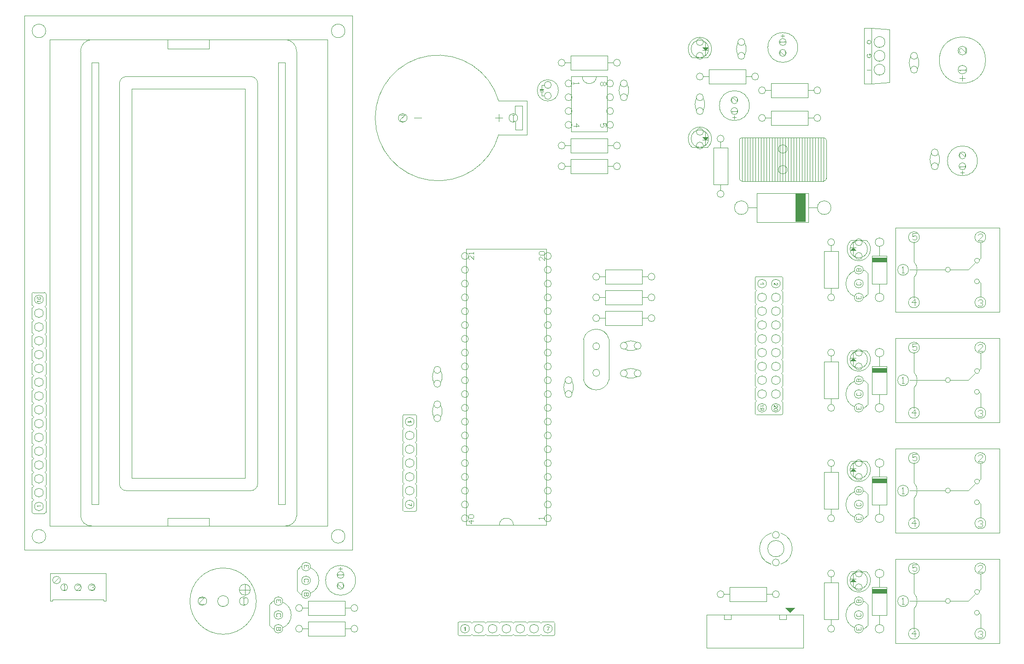
<source format=gm1>
%FSTAX44Y44*%
%MOMM*%
G71*
G01*
G75*
G04 Layer_Color=65280*
%ADD10C,0.6000*%
%ADD11C,1.0000*%
%ADD12C,1.5000*%
%ADD13C,2.0000*%
%ADD14O,2.0000X1.6000*%
%ADD15C,3.8100*%
%ADD16C,1.6000*%
%ADD17O,1.6000X2.0000*%
G04:AMPARAMS|DCode=18|XSize=1.6mm|YSize=2mm|CornerRadius=0.4mm|HoleSize=0mm|Usage=FLASHONLY|Rotation=180.000|XOffset=0mm|YOffset=0mm|HoleType=Round|Shape=RoundedRectangle|*
%AMROUNDEDRECTD18*
21,1,1.6000,1.2000,0,0,180.0*
21,1,0.8000,2.0000,0,0,180.0*
1,1,0.8000,-0.4000,0.6000*
1,1,0.8000,0.4000,0.6000*
1,1,0.8000,0.4000,-0.6000*
1,1,0.8000,-0.4000,-0.6000*
%
%ADD18ROUNDEDRECTD18*%
G04:AMPARAMS|DCode=19|XSize=2.54mm|YSize=4.064mm|CornerRadius=0.635mm|HoleSize=0mm|Usage=FLASHONLY|Rotation=180.000|XOffset=0mm|YOffset=0mm|HoleType=Round|Shape=RoundedRectangle|*
%AMROUNDEDRECTD19*
21,1,2.5400,2.7940,0,0,180.0*
21,1,1.2700,4.0640,0,0,180.0*
1,1,1.2700,-0.6350,1.3970*
1,1,1.2700,0.6350,1.3970*
1,1,1.2700,0.6350,-1.3970*
1,1,1.2700,-0.6350,-1.3970*
%
%ADD19ROUNDEDRECTD19*%
G04:AMPARAMS|DCode=20|XSize=4.064mm|YSize=2.54mm|CornerRadius=0.635mm|HoleSize=0mm|Usage=FLASHONLY|Rotation=180.000|XOffset=0mm|YOffset=0mm|HoleType=Round|Shape=RoundedRectangle|*
%AMROUNDEDRECTD20*
21,1,4.0640,1.2700,0,0,180.0*
21,1,2.7940,2.5400,0,0,180.0*
1,1,1.2700,-1.3970,0.6350*
1,1,1.2700,1.3970,0.6350*
1,1,1.2700,1.3970,-0.6350*
1,1,1.2700,-1.3970,-0.6350*
%
%ADD20ROUNDEDRECTD20*%
%ADD21C,2.5400*%
G04:AMPARAMS|DCode=22|XSize=2.032mm|YSize=2.032mm|CornerRadius=0.508mm|HoleSize=0mm|Usage=FLASHONLY|Rotation=90.000|XOffset=0mm|YOffset=0mm|HoleType=Round|Shape=RoundedRectangle|*
%AMROUNDEDRECTD22*
21,1,2.0320,1.0160,0,0,90.0*
21,1,1.0160,2.0320,0,0,90.0*
1,1,1.0160,0.5080,0.5080*
1,1,1.0160,0.5080,-0.5080*
1,1,1.0160,-0.5080,-0.5080*
1,1,1.0160,-0.5080,0.5080*
%
%ADD22ROUNDEDRECTD22*%
%ADD23C,2.0320*%
%ADD24O,2.5000X1.9000*%
%ADD25C,2.5000*%
%ADD26O,1.6000X1.4000*%
%ADD27O,1.6000X1.3000*%
%ADD28C,1.8000*%
%ADD29O,2.5000X1.6000*%
%ADD30O,2.0000X3.0000*%
%ADD31C,1.4000*%
%ADD32C,1.2000*%
%ADD33C,2.5000*%
%ADD34C,0.5000*%
%ADD35C,0.3000*%
%ADD36C,0.2540*%
%ADD37C,0.3048*%
%ADD38C,0.1780*%
%ADD39C,0.1778*%
%ADD40C,0.2000*%
%ADD41C,0.2500*%
%ADD42R,1.2000X10.2200*%
%ADD43O,2.2000X1.8000*%
%ADD44C,4.0132*%
%ADD45C,1.8032*%
%ADD46O,1.8000X2.2000*%
G04:AMPARAMS|DCode=47|XSize=1.8mm|YSize=2.2mm|CornerRadius=0.5mm|HoleSize=0mm|Usage=FLASHONLY|Rotation=180.000|XOffset=0mm|YOffset=0mm|HoleType=Round|Shape=RoundedRectangle|*
%AMROUNDEDRECTD47*
21,1,1.8000,1.2000,0,0,180.0*
21,1,0.8000,2.2000,0,0,180.0*
1,1,1.0000,-0.4000,0.6000*
1,1,1.0000,0.4000,0.6000*
1,1,1.0000,0.4000,-0.6000*
1,1,1.0000,-0.4000,-0.6000*
%
%ADD47ROUNDEDRECTD47*%
G04:AMPARAMS|DCode=48|XSize=2.7432mm|YSize=4.2672mm|CornerRadius=0.7366mm|HoleSize=0mm|Usage=FLASHONLY|Rotation=180.000|XOffset=0mm|YOffset=0mm|HoleType=Round|Shape=RoundedRectangle|*
%AMROUNDEDRECTD48*
21,1,2.7432,2.7940,0,0,180.0*
21,1,1.2700,4.2672,0,0,180.0*
1,1,1.4732,-0.6350,1.3970*
1,1,1.4732,0.6350,1.3970*
1,1,1.4732,0.6350,-1.3970*
1,1,1.4732,-0.6350,-1.3970*
%
%ADD48ROUNDEDRECTD48*%
G04:AMPARAMS|DCode=49|XSize=4.2672mm|YSize=2.7432mm|CornerRadius=0.7366mm|HoleSize=0mm|Usage=FLASHONLY|Rotation=180.000|XOffset=0mm|YOffset=0mm|HoleType=Round|Shape=RoundedRectangle|*
%AMROUNDEDRECTD49*
21,1,4.2672,1.2700,0,0,180.0*
21,1,2.7940,2.7432,0,0,180.0*
1,1,1.4732,-1.3970,0.6350*
1,1,1.4732,1.3970,0.6350*
1,1,1.4732,1.3970,-0.6350*
1,1,1.4732,-1.3970,-0.6350*
%
%ADD49ROUNDEDRECTD49*%
%ADD50C,2.7432*%
G04:AMPARAMS|DCode=51|XSize=2.2352mm|YSize=2.2352mm|CornerRadius=0.6096mm|HoleSize=0mm|Usage=FLASHONLY|Rotation=90.000|XOffset=0mm|YOffset=0mm|HoleType=Round|Shape=RoundedRectangle|*
%AMROUNDEDRECTD51*
21,1,2.2352,1.0160,0,0,90.0*
21,1,1.0160,2.2352,0,0,90.0*
1,1,1.2192,0.5080,0.5080*
1,1,1.2192,0.5080,-0.5080*
1,1,1.2192,-0.5080,-0.5080*
1,1,1.2192,-0.5080,0.5080*
%
%ADD51ROUNDEDRECTD51*%
%ADD52C,2.2352*%
%ADD53O,2.7032X2.1032*%
%ADD54C,2.7000*%
%ADD55O,1.8032X1.6032*%
%ADD56O,2.2032X1.8032*%
%ADD57O,1.8000X1.5000*%
%ADD58C,2.7032*%
%ADD59C,2.0032*%
%ADD60C,2.0000*%
%ADD61O,2.7000X1.8000*%
%ADD62O,2.5500X3.5500*%
%ADD63C,1.6032*%
%ADD64C,0.0500*%
%ADD65R,2.7200X0.8890*%
%ADD66R,1.9505X5.3000*%
%ADD67R,0.7000X0.2000*%
G36*
X01121199Y00530123D02*
X01120462D01*
X0112045Y00530135D01*
X01120427Y00530159D01*
X0112038Y00530194D01*
X01120321Y00530252D01*
X01120239Y00530311D01*
X01120145Y00530393D01*
X01120028Y00530486D01*
X01119911Y0053058D01*
X01119771Y00530686D01*
X01119607Y00530803D01*
X01119443Y00530932D01*
X01119256Y00531049D01*
X01119057Y00531177D01*
X01118846Y00531318D01*
X01118612Y00531447D01*
X01118377Y00531587D01*
X01118366Y00531599D01*
X01118319Y00531622D01*
X01118249Y00531657D01*
X01118155Y00531704D01*
X01118038Y00531763D01*
X01117897Y00531833D01*
X01117733Y00531915D01*
X01117558Y00531997D01*
X0111737Y00532079D01*
X0111716Y00532173D01*
X01116937Y00532266D01*
X01116703Y0053236D01*
X01116223Y00532536D01*
X01115708Y005327D01*
X01115696D01*
X01115661Y00532711D01*
X01115614Y00532723D01*
X01115544Y00532746D01*
X0111545Y0053277D01*
X01115345Y00532793D01*
X01115216Y00532817D01*
X01115087Y00532852D01*
X01114935Y00532875D01*
X01114771Y0053291D01*
X0111442Y00532969D01*
X01114022Y00533016D01*
X011136Y00533051D01*
Y00534023D01*
X01113694D01*
X01113764Y00534011D01*
X01113846D01*
X01113951Y00533999D01*
X0111408Y00533988D01*
X01114209Y00533976D01*
X01114361Y00533952D01*
X01114537Y00533929D01*
X01114712Y00533906D01*
X011149Y00533871D01*
X0111511Y00533835D01*
X01115321Y00533788D01*
X0111579Y00533671D01*
X01115801D01*
X01115848Y0053366D01*
X01115918Y00533636D01*
X01116012Y00533613D01*
X01116129Y00533578D01*
X01116258Y00533531D01*
X0111641Y00533484D01*
X01116586Y00533426D01*
X01116761Y00533355D01*
X01116961Y00533285D01*
X01117382Y00533121D01*
X01117827Y00532922D01*
X01118272Y005327D01*
X01118284Y00532688D01*
X01118331Y00532664D01*
X01118389Y00532629D01*
X01118471Y00532583D01*
X01118577Y00532524D01*
X01118694Y00532454D01*
X01118822Y00532372D01*
X01118975Y0053229D01*
X01119291Y00532079D01*
X0111963Y00531845D01*
X0111997Y00531599D01*
X01120298Y0053133D01*
Y005351D01*
X01121199D01*
Y00530123D01*
D02*
G37*
G36*
X01119396Y00687588D02*
X01119408Y00687565D01*
X01119431Y00687518D01*
X01119466Y00687471D01*
X01119501Y00687401D01*
X01119537Y00687319D01*
X01119642Y00687132D01*
X01119771Y00686921D01*
X01119923Y00686687D01*
X01120099Y00686452D01*
X01120286Y0068623D01*
X01120298Y00686218D01*
X0112031Y00686207D01*
X0112038Y00686136D01*
X01120485Y00686031D01*
X01120614Y00685902D01*
X01120778Y00685762D01*
X01120954Y00685621D01*
X01121141Y00685492D01*
X01121328Y00685387D01*
Y00684766D01*
X011136D01*
Y00685715D01*
X01119619D01*
X01119607Y00685726D01*
X0111956Y00685773D01*
X01119501Y00685855D01*
X0111942Y00685961D01*
X01119314Y00686089D01*
X01119209Y00686242D01*
X0111908Y00686417D01*
X01118963Y00686616D01*
Y00686628D01*
X01118951Y0068664D01*
X01118904Y0068671D01*
X01118846Y00686815D01*
X01118776Y00686944D01*
X01118694Y00687096D01*
X01118623Y0068726D01*
X01118541Y00687436D01*
X01118471Y006876D01*
X01119396D01*
Y00687588D01*
D02*
G37*
G36*
X0196596Y0133223D02*
X01958267D01*
Y01333249D01*
X0196596D01*
Y0133223D01*
D02*
G37*
G36*
X0196233Y01387832D02*
X01962435D01*
X01962553Y0138782D01*
X01962681Y01387808D01*
X01962834Y01387785D01*
X01963161Y01387726D01*
X01963513Y01387644D01*
X01963876Y01387527D01*
X01964227Y01387363D01*
X01964239D01*
X01964262Y0138734D01*
X01964309Y01387317D01*
X01964379Y01387281D01*
X01964449Y01387223D01*
X01964543Y01387164D01*
X01964742Y01387024D01*
X01964965Y01386837D01*
X01965199Y01386602D01*
X01965421Y01386333D01*
X0196562Y01386028D01*
Y01386017D01*
X01965644Y01385993D01*
X01965667Y01385947D01*
X01965691Y01385876D01*
X01965726Y01385794D01*
X01965773Y01385701D01*
X01965808Y01385595D01*
X01965855Y01385466D01*
X01965937Y01385197D01*
X01966019Y01384881D01*
X01966065Y0138453D01*
X01966089Y01384167D01*
Y01384155D01*
Y0138412D01*
Y01384061D01*
X01966077Y01383979D01*
Y01383886D01*
X01966065Y0138378D01*
X01966042Y01383651D01*
X01966019Y01383511D01*
X0196596Y01383218D01*
X01965866Y0138289D01*
X01965737Y01382551D01*
X01965667Y01382387D01*
X01965574Y01382223D01*
X01965562Y01382211D01*
X0196555Y01382188D01*
X01965515Y01382141D01*
X0196548Y01382083D01*
X01965421Y01382012D01*
X01965363Y0138193D01*
X01965199Y01381743D01*
X01964988Y01381532D01*
X01964754Y0138131D01*
X01964461Y01381111D01*
X01964145Y01380923D01*
X01964133D01*
X01964098Y013809D01*
X01964051Y01380888D01*
X01963981Y01380853D01*
X01963899Y01380818D01*
X01963806Y01380783D01*
X01963688Y01380748D01*
X0196356Y01380712D01*
X01963419Y01380666D01*
X01963279Y0138063D01*
X01962951Y0138056D01*
X01962599Y01380513D01*
X01962225Y0138049D01*
X01962143D01*
X01962037Y01380502D01*
X01961909D01*
X01961745Y01380525D01*
X01961557Y01380549D01*
X01961358Y01380572D01*
X01961124Y01380619D01*
X0196089Y01380677D01*
X01960644Y01380736D01*
X01960398Y01380818D01*
X01960152Y01380923D01*
X01959906Y0138104D01*
X0195966Y01381169D01*
X01959438Y01381333D01*
X01959227Y01381509D01*
X01959215Y0138152D01*
X0195918Y01381556D01*
X01959122Y01381614D01*
X01959052Y01381696D01*
X0195897Y01381801D01*
X01958887Y01381918D01*
X01958782Y01382059D01*
X01958677Y01382223D01*
X01958583Y0138241D01*
X01958478Y01382609D01*
X01958396Y01382832D01*
X01958302Y01383066D01*
X01958244Y01383312D01*
X01958185Y01383581D01*
X0195815Y01383874D01*
X01958138Y01384167D01*
Y01384178D01*
Y01384214D01*
Y01384272D01*
X0195815Y01384342D01*
Y01384436D01*
X01958161Y01384553D01*
X01958185Y0138467D01*
X01958197Y01384811D01*
X01958267Y01385103D01*
X01958361Y01385431D01*
X01958478Y01385759D01*
X0195856Y01385923D01*
X01958653Y01386087D01*
Y01386099D01*
X01958677Y01386122D01*
X019587Y01386169D01*
X01958747Y01386228D01*
X01958794Y01386298D01*
X01958864Y0138638D01*
X01959016Y01386567D01*
X01959215Y01386778D01*
X01959461Y01387D01*
X01959742Y013872D01*
X0196007Y01387387D01*
X01960082D01*
X01960117Y0138741D01*
X01960164Y01387434D01*
X01960234Y01387457D01*
X01960316Y01387492D01*
X01960421Y01387527D01*
X01960538Y01387574D01*
X01960667Y01387621D01*
X0196082Y01387656D01*
X01960972Y01387703D01*
X01961323Y01387773D01*
X01961709Y0138782D01*
X01962131Y01387843D01*
X01962248D01*
X0196233Y01387832D01*
D02*
G37*
G36*
X01964906Y01362186D02*
X01964918Y01362162D01*
X01964953Y01362127D01*
X01964988Y01362069D01*
X01965047Y01361998D01*
X01965094Y01361917D01*
X01965234Y01361718D01*
X01965374Y01361483D01*
X01965527Y01361226D01*
X01965667Y01360933D01*
X01965796Y0136064D01*
Y01360629D01*
X01965808Y01360605D01*
X0196582Y01360558D01*
X01965843Y013605D01*
X01965866Y0136043D01*
X0196589Y01360347D01*
X01965913Y01360242D01*
X01965937Y01360137D01*
X01965995Y01359891D01*
X01966042Y01359621D01*
X01966077Y01359317D01*
X01966089Y01359013D01*
Y01359001D01*
Y01358966D01*
Y01358907D01*
X01966077Y01358825D01*
Y0135872D01*
X01966065Y01358603D01*
X01966054Y01358474D01*
X0196603Y01358333D01*
X01965972Y01358006D01*
X0196589Y01357666D01*
X01965773Y01357303D01*
X01965609Y01356952D01*
X01965597Y0135694D01*
X01965585Y01356917D01*
X01965562Y01356858D01*
X01965515Y013568D01*
X01965468Y01356718D01*
X0196541Y01356636D01*
X01965257Y01356437D01*
X01965058Y01356202D01*
X01964812Y0135598D01*
X01964532Y01355757D01*
X01964215Y01355558D01*
X01964204D01*
X01964169Y01355535D01*
X01964122Y01355511D01*
X01964051Y01355488D01*
X01963969Y01355453D01*
X01963864Y01355406D01*
X01963747Y01355371D01*
X01963606Y01355324D01*
X01963466Y01355277D01*
X01963302Y01355242D01*
X01962951Y0135516D01*
X01962564Y01355113D01*
X01962154Y0135509D01*
X01962049D01*
X01961967Y01355102D01*
X01961862D01*
X01961745Y01355113D01*
X01961616Y01355125D01*
X01961475Y01355148D01*
X01961147Y01355207D01*
X01960796Y01355289D01*
X01960421Y01355406D01*
X01960058Y01355558D01*
X01960047D01*
X01960012Y01355582D01*
X01959965Y01355605D01*
X01959895Y0135564D01*
X01959813Y01355699D01*
X01959731Y01355757D01*
X01959508Y01355898D01*
X01959274Y01356097D01*
X0195904Y01356319D01*
X01958817Y013566D01*
X01958712Y01356741D01*
X01958618Y01356905D01*
Y01356917D01*
X01958595Y0135694D01*
X01958571Y01356999D01*
X01958548Y01357057D01*
X01958501Y01357139D01*
X01958466Y01357245D01*
X01958419Y01357362D01*
X01958372Y0135749D01*
X01958337Y01357631D01*
X0195829Y01357783D01*
X01958208Y01358134D01*
X01958161Y01358509D01*
X01958138Y01358931D01*
Y01358942D01*
Y01358966D01*
Y01359013D01*
Y01359071D01*
X0195815Y01359142D01*
Y01359235D01*
X01958173Y01359434D01*
X01958208Y01359657D01*
X01958255Y01359914D01*
X01958326Y01360172D01*
X01958419Y0136043D01*
Y01360441D01*
X01958431Y01360465D01*
X01958443Y013605D01*
X01958466Y01360547D01*
X01958524Y01360664D01*
X01958618Y01360816D01*
X01958724Y01360992D01*
X01958852Y01361167D01*
X01958993Y01361343D01*
X01959169Y01361495D01*
X01959192Y01361507D01*
X0195925Y01361554D01*
X01959356Y01361624D01*
X01959508Y01361718D01*
X01959684Y01361811D01*
X01959895Y01361905D01*
X0196014Y01361998D01*
X01960421Y01362081D01*
X01960679Y01361156D01*
X01960667D01*
X01960656Y01361144D01*
X01960585Y01361132D01*
X0196048Y01361085D01*
X0196034Y01361038D01*
X01960199Y0136098D01*
X01960047Y0136091D01*
X01959895Y01360828D01*
X01959754Y01360734D01*
X01959742Y01360722D01*
X01959695Y01360687D01*
X01959637Y01360629D01*
X01959555Y01360547D01*
X01959473Y01360441D01*
X01959379Y01360312D01*
X01959297Y01360172D01*
X01959215Y01359996D01*
X01959204Y01359973D01*
X0195918Y01359914D01*
X01959145Y01359809D01*
X0195911Y0135968D01*
X01959075Y01359528D01*
X0195904Y01359352D01*
X01959016Y01359153D01*
X01959005Y01358942D01*
Y01358931D01*
Y01358907D01*
Y01358872D01*
Y01358825D01*
X01959016Y01358696D01*
X01959028Y01358533D01*
X01959063Y01358345D01*
X01959098Y01358134D01*
X01959157Y01357935D01*
X01959227Y01357736D01*
X01959239Y01357713D01*
X01959262Y01357654D01*
X01959309Y01357561D01*
X01959379Y01357444D01*
X01959461Y01357315D01*
X01959555Y01357174D01*
X0195966Y01357045D01*
X01959789Y01356917D01*
X01959801Y01356905D01*
X01959848Y0135687D01*
X01959918Y01356811D01*
X01960012Y01356741D01*
X01960129Y01356659D01*
X01960258Y01356577D01*
X01960398Y01356507D01*
X0196055Y01356437D01*
X01960562D01*
X01960585Y01356425D01*
X01960621Y01356413D01*
X01960679Y0135639D01*
X01960738Y01356366D01*
X0196082Y01356343D01*
X01961007Y01356296D01*
X01961241Y01356237D01*
X01961499Y01356191D01*
X01961792Y01356156D01*
X01962096Y01356144D01*
X0196219D01*
X01962272Y01356156D01*
X01962354D01*
X01962459Y01356167D01*
X01962576Y01356179D01*
X01962693Y01356191D01*
X01962974Y01356226D01*
X01963267Y01356296D01*
X01963548Y01356378D01*
X01963829Y01356495D01*
X01963841D01*
X01963864Y01356507D01*
X01963899Y0135653D01*
X01963946Y01356565D01*
X01964063Y01356647D01*
X01964215Y01356753D01*
X01964379Y01356893D01*
X01964555Y01357069D01*
X01964719Y0135728D01*
X01964859Y01357514D01*
Y01357526D01*
X01964871Y01357549D01*
X01964894Y01357584D01*
X01964906Y01357631D01*
X0196493Y0135769D01*
X01964965Y01357771D01*
X01965023Y01357947D01*
X01965082Y0135817D01*
X0196514Y01358404D01*
X01965175Y01358673D01*
X01965187Y01358954D01*
Y01358966D01*
Y01358989D01*
Y01359024D01*
Y01359071D01*
X01965175Y013592D01*
X01965152Y01359364D01*
X01965129Y01359551D01*
X01965082Y01359774D01*
X01965023Y01360008D01*
X01964941Y01360242D01*
Y01360254D01*
X0196493Y01360266D01*
X01964918Y01360301D01*
X01964894Y01360347D01*
X01964848Y01360465D01*
X01964777Y01360605D01*
X01964695Y01360757D01*
X01964602Y0136091D01*
X01964496Y01361062D01*
X01964391Y01361202D01*
X01962939D01*
Y01358942D01*
X01962037D01*
Y01362198D01*
X01964894D01*
X01964906Y01362186D01*
D02*
G37*
G36*
X01374877Y00307662D02*
X01374865Y0030765D01*
X01374841Y00307627D01*
X01374806Y0030758D01*
X01374748Y00307521D01*
X01374689Y00307439D01*
X01374607Y00307346D01*
X01374514Y00307228D01*
X0137442Y00307111D01*
X01374314Y00306971D01*
X01374197Y00306807D01*
X01374068Y00306643D01*
X01373952Y00306456D01*
X01373823Y00306257D01*
X01373682Y00306046D01*
X01373553Y00305812D01*
X01373413Y00305577D01*
X01373401Y00305566D01*
X01373378Y00305519D01*
X01373343Y00305449D01*
X01373296Y00305355D01*
X01373237Y00305238D01*
X01373167Y00305097D01*
X01373085Y00304933D01*
X01373003Y00304758D01*
X01372921Y0030457D01*
X01372827Y0030436D01*
X01372734Y00304137D01*
X0137264Y00303903D01*
X01372464Y00303423D01*
X013723Y00302908D01*
Y00302896D01*
X01372289Y00302861D01*
X01372277Y00302814D01*
X01372254Y00302744D01*
X0137223Y0030265D01*
X01372207Y00302545D01*
X01372183Y00302416D01*
X01372148Y00302287D01*
X01372125Y00302135D01*
X0137209Y00301971D01*
X01372031Y0030162D01*
X01371984Y00301222D01*
X01371949Y003008D01*
X01370977D01*
Y00300812D01*
Y00300847D01*
Y00300894D01*
X01370989Y00300964D01*
Y00301046D01*
X01371001Y00301151D01*
X01371012Y0030128D01*
X01371024Y00301409D01*
X01371048Y00301561D01*
X01371071Y00301737D01*
X01371094Y00301912D01*
X01371129Y003021D01*
X01371165Y00302311D01*
X01371212Y00302521D01*
X01371329Y0030299D01*
Y00303001D01*
X0137134Y00303048D01*
X01371364Y00303118D01*
X01371387Y00303212D01*
X01371422Y00303329D01*
X01371469Y00303458D01*
X01371516Y0030361D01*
X01371574Y00303786D01*
X01371645Y00303962D01*
X01371715Y00304161D01*
X01371879Y00304582D01*
X01372078Y00305027D01*
X013723Y00305472D01*
X01372312Y00305484D01*
X01372336Y00305531D01*
X01372371Y00305589D01*
X01372417Y00305671D01*
X01372476Y00305777D01*
X01372546Y00305894D01*
X01372628Y00306022D01*
X0137271Y00306175D01*
X01372921Y00306491D01*
X01373155Y0030683D01*
X01373401Y0030717D01*
X0137367Y00307498D01*
X013699D01*
Y00308399D01*
X01374877D01*
Y00307662D01*
D02*
G37*
G36*
X01220234Y003008D02*
X01219285D01*
Y00306819D01*
X01219274Y00306807D01*
X01219227Y0030676D01*
X01219145Y00306702D01*
X01219039Y0030662D01*
X01218911Y00306514D01*
X01218758Y00306409D01*
X01218583Y0030628D01*
X01218384Y00306163D01*
X01218372D01*
X0121836Y00306151D01*
X0121829Y00306104D01*
X01218185Y00306046D01*
X01218056Y00305976D01*
X01217904Y00305894D01*
X0121774Y00305823D01*
X01217564Y00305741D01*
X012174Y00305671D01*
Y00306596D01*
X01217412D01*
X01217435Y00306608D01*
X01217482Y00306631D01*
X01217529Y00306666D01*
X01217599Y00306702D01*
X01217681Y00306737D01*
X01217868Y00306842D01*
X01218079Y00306971D01*
X01218313Y00307123D01*
X01218548Y00307299D01*
X0121877Y00307486D01*
X01218782Y00307498D01*
X01218793Y00307509D01*
X01218864Y0030758D01*
X01218969Y00307685D01*
X01219098Y00307814D01*
X01219238Y00307978D01*
X01219379Y00308153D01*
X01219508Y00308341D01*
X01219613Y00308528D01*
X01220234D01*
Y003008D01*
D02*
G37*
G36*
X004402Y00530185D02*
X00434181D01*
X00434193Y00530173D01*
X0043424Y00530127D01*
X00434298Y00530045D01*
X0043438Y00529939D01*
X00434486Y0052981D01*
X00434591Y00529658D01*
X0043472Y00529483D01*
X00434837Y00529284D01*
Y00529272D01*
X00434849Y0052926D01*
X00434896Y0052919D01*
X00434954Y00529085D01*
X00435024Y00528956D01*
X00435106Y00528803D01*
X00435177Y0052864D01*
X00435259Y00528464D01*
X00435329Y005283D01*
X00434404D01*
Y00528312D01*
X00434392Y00528335D01*
X00434369Y00528382D01*
X00434334Y00528429D01*
X00434298Y00528499D01*
X00434263Y00528581D01*
X00434158Y00528768D01*
X00434029Y00528979D01*
X00433877Y00529213D01*
X00433701Y00529448D01*
X00433514Y0052967D01*
X00433502Y00529682D01*
X0043349Y00529693D01*
X0043342Y00529764D01*
X00433315Y00529869D01*
X00433186Y00529998D01*
X00433022Y00530138D01*
X00432846Y00530279D01*
X00432659Y00530408D01*
X00432472Y00530513D01*
Y00531134D01*
X004402D01*
Y00530185D01*
D02*
G37*
G36*
X00437893Y00915569D02*
X00437963D01*
X00438151Y00915546D01*
X0043835Y00915499D01*
X00438584Y00915452D01*
X00438818Y0091537D01*
X00439053Y00915265D01*
X00439064D01*
X00439076Y00915253D01*
X00439111Y0091523D01*
X00439158Y00915206D01*
X00439263Y00915136D01*
X00439404Y00915042D01*
X00439556Y00914913D01*
X00439708Y00914761D01*
X0043986Y00914597D01*
X00440001Y00914398D01*
X00440013Y00914375D01*
X00440048Y00914305D01*
X00440106Y00914187D01*
X00440165Y00914047D01*
X00440223Y0091386D01*
X00440282Y00913649D01*
X00440317Y00913415D01*
X00440329Y00913169D01*
Y00913157D01*
Y00913122D01*
X00440317Y00913052D01*
Y0091297D01*
X00440305Y00912876D01*
X00440282Y00912759D01*
X00440258Y0091263D01*
X00440223Y0091249D01*
X00440177Y00912337D01*
X00440118Y00912173D01*
X00440048Y00912021D01*
X00439966Y00911857D01*
X0043986Y00911693D01*
X00439743Y00911529D01*
X00439614Y00911377D01*
X00439462Y00911237D01*
X00439451Y00911225D01*
X00439416Y00911201D01*
X00439369Y00911166D01*
X00439298Y0091112D01*
X00439205Y00911061D01*
X00439088Y00911003D01*
X00438947Y00910932D01*
X00438783Y00910874D01*
X00438596Y00910803D01*
X00438385Y00910733D01*
X00438151Y00910675D01*
X00437893Y00910616D01*
X00437612Y00910569D01*
X00437296Y00910534D01*
X00436968Y00910511D01*
X00436605Y00910499D01*
X00436394D01*
X00436242Y00910511D01*
X00436055Y00910522D01*
X00435844Y00910546D01*
X0043561Y00910569D01*
X00435364Y00910604D01*
X00435095Y00910639D01*
X00434825Y00910698D01*
X00434556Y00910768D01*
X00434298Y0091085D01*
X00434029Y00910944D01*
X00433795Y00911049D01*
X00433561Y00911178D01*
X00433362Y00911319D01*
X0043335Y0091133D01*
X00433327Y00911354D01*
X0043328Y00911389D01*
X00433221Y00911447D01*
X00433151Y00911529D01*
X00433081Y00911611D01*
X00432999Y00911717D01*
X00432917Y00911834D01*
X00432835Y00911963D01*
X00432753Y00912115D01*
X00432682Y00912267D01*
X00432612Y00912443D01*
X00432554Y0091263D01*
X00432507Y00912829D01*
X00432483Y0091304D01*
X00432472Y00913262D01*
Y00913274D01*
Y00913298D01*
Y00913344D01*
X00432483Y00913415D01*
Y00913485D01*
X00432495Y00913578D01*
X0043253Y00913789D01*
X00432601Y00914024D01*
X00432694Y00914269D01*
X00432811Y00914515D01*
X00432893Y00914632D01*
X00432987Y0091475D01*
Y00914761D01*
X0043301Y00914773D01*
X00433081Y00914843D01*
X00433198Y00914937D01*
X0043335Y00915054D01*
X00433549Y00915183D01*
X00433783Y00915288D01*
X00434064Y00915394D01*
X0043438Y00915452D01*
X00434451Y00914515D01*
X00434427D01*
X00434357Y00914492D01*
X00434263Y00914457D01*
X00434146Y00914422D01*
X00433877Y00914305D01*
X0043376Y00914234D01*
X00433654Y00914152D01*
X00433631Y00914141D01*
X00433584Y00914082D01*
X00433526Y00914D01*
X00433444Y00913895D01*
X00433373Y00913754D01*
X00433303Y0091359D01*
X00433256Y00913403D01*
X00433245Y00913204D01*
Y0091318D01*
Y00913122D01*
X00433256Y0091304D01*
X0043328Y00912934D01*
X00433303Y00912806D01*
X0043335Y00912665D01*
X0043342Y00912536D01*
X00433502Y00912396D01*
X00433514Y00912373D01*
X00433561Y00912326D01*
X00433643Y00912244D01*
X00433748Y0091215D01*
X00433877Y00912033D01*
X00434041Y00911916D01*
X0043424Y00911799D01*
X00434462Y00911693D01*
X00434474D01*
X00434486Y00911682D01*
X00434533Y0091167D01*
X0043458Y00911658D01*
X00434638Y00911635D01*
X0043472Y00911611D01*
X00434814Y00911588D01*
X00434919Y00911564D01*
X00435036Y00911541D01*
X00435165Y00911518D01*
X00435317Y00911494D01*
X00435469Y00911471D01*
X00435645Y00911459D01*
X00435832Y00911447D01*
X00436031Y00911436D01*
X00436231D01*
X00436219Y00911447D01*
X0043616Y00911494D01*
X00436067Y00911564D01*
X0043595Y0091167D01*
X00435821Y00911787D01*
X00435692Y00911927D01*
X00435575Y00912091D01*
X00435469Y00912267D01*
X00435458Y0091229D01*
X00435434Y00912349D01*
X00435387Y00912454D01*
X00435341Y00912583D01*
X00435294Y00912736D01*
X00435247Y00912911D01*
X00435224Y00913099D01*
X00435212Y00913298D01*
Y00913309D01*
Y00913344D01*
Y00913391D01*
X00435224Y00913461D01*
X00435235Y00913543D01*
X00435247Y00913637D01*
X00435294Y0091386D01*
X00435387Y00914106D01*
X00435434Y00914246D01*
X00435504Y00914375D01*
X00435587Y00914515D01*
X0043568Y00914656D01*
X00435785Y00914785D01*
X00435914Y00914913D01*
X00435926Y00914925D01*
X0043595Y00914937D01*
X00435985Y00914972D01*
X00436043Y00915019D01*
X00436113Y00915066D01*
X00436195Y00915124D01*
X00436289Y00915183D01*
X00436394Y00915253D01*
X00436523Y00915312D01*
X00436652Y0091537D01*
X00436804Y00915429D01*
X00436956Y00915475D01*
X00437132Y00915522D01*
X00437308Y00915557D01*
X00437507Y00915569D01*
X00437706Y00915581D01*
X00437823D01*
X00437893Y00915569D01*
D02*
G37*
G36*
X004402Y00907185D02*
X00434181D01*
X00434193Y00907173D01*
X0043424Y00907127D01*
X00434298Y00907045D01*
X0043438Y00906939D01*
X00434486Y00906811D01*
X00434591Y00906658D01*
X0043472Y00906483D01*
X00434837Y00906284D01*
Y00906272D01*
X00434849Y0090626D01*
X00434896Y0090619D01*
X00434954Y00906085D01*
X00435024Y00905956D01*
X00435106Y00905804D01*
X00435177Y0090564D01*
X00435259Y00905464D01*
X00435329Y009053D01*
X00434404D01*
Y00905312D01*
X00434392Y00905335D01*
X00434369Y00905382D01*
X00434334Y00905429D01*
X00434298Y00905499D01*
X00434263Y00905581D01*
X00434158Y00905768D01*
X00434029Y00905979D01*
X00433877Y00906213D01*
X00433701Y00906448D01*
X00433514Y0090667D01*
X00433502Y00906682D01*
X0043349Y00906693D01*
X0043342Y00906764D01*
X00433315Y00906869D01*
X00433186Y00906998D01*
X00433022Y00907138D01*
X00432846Y00907279D01*
X00432659Y00907408D01*
X00432472Y00907513D01*
Y00908134D01*
X004402D01*
Y00907185D01*
D02*
G37*
G36*
X01786911Y00716477D02*
X01787005Y00716465D01*
X0178711Y00716453D01*
X01787227Y00716418D01*
X01787344Y00716383D01*
X01787356D01*
X01787367Y00716371D01*
X01787438Y00716348D01*
X01787531Y00716301D01*
X01787672Y00716231D01*
X01787824Y00716149D01*
X01788Y00716032D01*
X01788175Y00715915D01*
X01788363Y00715762D01*
X01788374D01*
X01788386Y00715739D01*
X01788456Y0071568D01*
X01788562Y00715587D01*
X01788702Y00715446D01*
X01788866Y0071527D01*
X01789065Y0071506D01*
X01789288Y00714802D01*
X01789534Y00714521D01*
X01789545Y00714509D01*
X01789581Y00714463D01*
X01789627Y00714404D01*
X01789709Y00714322D01*
X01789791Y00714217D01*
X01789897Y007141D01*
X01790119Y00713842D01*
X01790388Y00713561D01*
X01790658Y0071328D01*
X01790787Y00713139D01*
X01790915Y00713022D01*
X01791044Y00712917D01*
X01791161Y00712823D01*
X01791173D01*
X01791185Y007128D01*
X0179122Y00712776D01*
X01791267Y00712753D01*
X01791384Y00712683D01*
X01791536Y00712601D01*
X01791712Y00712519D01*
X01791899Y00712449D01*
X0179211Y00712402D01*
X01792309Y00712378D01*
X01792332D01*
X01792402Y0071239D01*
X01792508Y00712402D01*
X01792637Y00712425D01*
X01792789Y00712484D01*
X01792941Y00712554D01*
X01793105Y00712648D01*
X01793257Y00712788D01*
X01793269Y00712812D01*
X01793316Y00712858D01*
X01793374Y00712952D01*
X01793456Y00713069D01*
X01793527Y00713221D01*
X01793585Y00713397D01*
X01793632Y00713608D01*
X01793644Y00713842D01*
Y00713854D01*
Y00713877D01*
Y00713912D01*
X01793632Y00713959D01*
X0179362Y00714076D01*
X01793597Y00714228D01*
X01793538Y00714404D01*
X01793468Y00714591D01*
X01793363Y00714767D01*
X01793222Y00714931D01*
X01793199Y00714943D01*
X01793152Y00714989D01*
X01793058Y0071506D01*
X01792929Y0071513D01*
X01792766Y00715212D01*
X01792578Y0071527D01*
X01792356Y00715317D01*
X01792098Y00715341D01*
X01792203Y00716313D01*
X0179225D01*
X01792309Y00716301D01*
X01792379Y00716289D01*
X01792473Y00716266D01*
X01792578Y00716254D01*
X01792812Y00716184D01*
X01793082Y0071609D01*
X01793351Y00715961D01*
X0179362Y00715786D01*
X01793737Y00715692D01*
X01793855Y00715575D01*
X01793866Y00715563D01*
X01793878Y0071554D01*
X01793913Y00715505D01*
X01793948Y00715458D01*
X01793983Y00715388D01*
X01794042Y00715306D01*
X01794089Y00715212D01*
X01794147Y00715107D01*
X01794194Y00714989D01*
X01794253Y00714861D01*
X01794299Y00714708D01*
X01794335Y00714556D01*
X01794405Y00714205D01*
X01794417Y00714018D01*
X01794428Y00713819D01*
Y00713807D01*
Y00713772D01*
Y00713713D01*
X01794417Y00713631D01*
X01794405Y00713538D01*
X01794393Y00713432D01*
X01794381Y00713315D01*
X01794346Y00713186D01*
X01794276Y00712905D01*
X01794171Y00712613D01*
X017941Y0071246D01*
X01794018Y0071232D01*
X01793913Y00712191D01*
X01793808Y00712062D01*
X01793796Y0071205D01*
X01793784Y00712039D01*
X01793749Y00712004D01*
X01793702Y00711957D01*
X01793632Y0071191D01*
X01793562Y00711851D01*
X01793386Y00711734D01*
X01793164Y00711617D01*
X01792906Y00711512D01*
X01792613Y0071143D01*
X01792449Y00711418D01*
X01792285Y00711406D01*
X01792203D01*
X0179211Y00711418D01*
X01791993Y0071143D01*
X01791852Y00711453D01*
X017917Y00711488D01*
X01791536Y00711535D01*
X01791372Y00711606D01*
X01791349Y00711617D01*
X0179129Y00711641D01*
X01791208Y00711687D01*
X01791091Y00711758D01*
X0179095Y0071184D01*
X01790787Y00711945D01*
X01790623Y00712085D01*
X01790435Y00712238D01*
X01790412Y00712261D01*
X01790342Y0071232D01*
X01790236Y00712425D01*
X01790166Y00712495D01*
X01790084Y00712577D01*
X0178999Y00712671D01*
X01789885Y00712788D01*
X0178978Y00712905D01*
X01789651Y00713034D01*
X01789522Y00713175D01*
X01789382Y00713338D01*
X01789241Y00713502D01*
X01789077Y0071369D01*
X01789065Y00713701D01*
X01789042Y00713725D01*
X01789007Y00713772D01*
X0178896Y0071383D01*
X01788843Y00713971D01*
X01788691Y00714146D01*
X01788527Y00714322D01*
X01788363Y00714509D01*
X01788222Y00714662D01*
X01788164Y0071472D01*
X01788105Y00714779D01*
X01788093Y0071479D01*
X01788058Y00714814D01*
X01788011Y00714861D01*
X01787941Y00714919D01*
X01787789Y00715048D01*
X01787602Y00715177D01*
Y00711395D01*
X017867D01*
Y00716488D01*
X01786829D01*
X01786911Y00716477D01*
D02*
G37*
G36*
X01767096Y00716488D02*
X01767108Y00716465D01*
X01767131Y00716418D01*
X01767166Y00716371D01*
X01767202Y00716301D01*
X01767237Y00716219D01*
X01767342Y00716032D01*
X01767471Y00715821D01*
X01767623Y00715587D01*
X01767799Y00715352D01*
X01767986Y0071513D01*
X01767998Y00715118D01*
X01768009Y00715107D01*
X0176808Y00715036D01*
X01768185Y00714931D01*
X01768314Y00714802D01*
X01768478Y00714662D01*
X01768654Y00714521D01*
X01768841Y00714392D01*
X01769028Y00714287D01*
Y00713666D01*
X017613D01*
Y00714615D01*
X01767319D01*
X01767307Y00714626D01*
X0176726Y00714673D01*
X01767202Y00714755D01*
X0176712Y00714861D01*
X01767014Y00714989D01*
X01766909Y00715142D01*
X0176678Y00715317D01*
X01766663Y00715516D01*
Y00715528D01*
X01766651Y0071554D01*
X01766604Y0071561D01*
X01766546Y00715715D01*
X01766476Y00715844D01*
X01766394Y00715996D01*
X01766323Y0071616D01*
X01766241Y00716336D01*
X01766171Y007165D01*
X01767096D01*
Y00716488D01*
D02*
G37*
G36*
X01766628Y00711243D02*
X01766721Y00711231D01*
X01766839Y00711219D01*
X01766967Y00711196D01*
X01767108Y00711172D01*
X01767401Y0071109D01*
X01767565Y00711032D01*
X01767717Y00710961D01*
X01767881Y00710891D01*
X01768033Y00710798D01*
X01768173Y00710692D01*
X01768314Y00710575D01*
X01768326Y00710563D01*
X01768349Y0071054D01*
X01768384Y00710505D01*
X01768431Y00710446D01*
X01768478Y00710388D01*
X01768536Y00710306D01*
X01768607Y00710212D01*
X01768677Y00710095D01*
X01768736Y00709978D01*
X01768806Y00709849D01*
X01768923Y00709556D01*
X01768958Y00709392D01*
X01768993Y00709217D01*
X01769017Y00709029D01*
X01769028Y00708842D01*
Y0070883D01*
Y00708807D01*
Y00708772D01*
X01769017Y00708713D01*
Y00708655D01*
X01769005Y00708573D01*
X01768981Y00708385D01*
X01768923Y00708175D01*
X01768853Y00707952D01*
X01768759Y00707706D01*
X01768618Y00707472D01*
Y0070746D01*
X01768595Y00707449D01*
X01768571Y00707413D01*
X01768548Y00707367D01*
X01768454Y00707261D01*
X01768326Y00707121D01*
X0176815Y00706969D01*
X01767963Y00706805D01*
X01767728Y00706652D01*
X01767459Y00706524D01*
X01767447D01*
X01767424Y00706512D01*
X01767377Y00706488D01*
X01767319Y00706477D01*
X01767248Y00706442D01*
X01767155Y00706418D01*
X01767038Y00706395D01*
X01766909Y0070636D01*
X01766768Y00706324D01*
X01766604Y00706301D01*
X01766429Y00706266D01*
X01766241Y00706243D01*
X01766031Y00706231D01*
X01765808Y00706207D01*
X01765562Y00706196D01*
X01765059D01*
X01764942Y00706207D01*
X01764789D01*
X01764637Y00706219D01*
X01764462Y00706231D01*
X01764087Y00706278D01*
X01763689Y00706336D01*
X01763302Y00706418D01*
X01763127Y00706465D01*
X01762951Y00706524D01*
X01762939D01*
X01762916Y00706535D01*
X01762869Y00706559D01*
X01762811Y00706582D01*
X01762729Y00706617D01*
X01762647Y00706652D01*
X01762459Y00706758D01*
X01762237Y00706898D01*
X01762014Y00707062D01*
X01761803Y0070725D01*
X01761616Y00707472D01*
Y00707484D01*
X01761593Y00707495D01*
X01761581Y00707531D01*
X01761546Y00707589D01*
X01761511Y00707648D01*
X01761476Y00707718D01*
X01761394Y00707894D01*
X01761312Y00708116D01*
X01761241Y00708362D01*
X01761195Y00708655D01*
X01761171Y00708959D01*
Y00708971D01*
Y00708994D01*
Y00709041D01*
X01761183Y00709111D01*
Y00709182D01*
X01761195Y00709275D01*
X0176123Y00709486D01*
X01761288Y0070972D01*
X01761382Y00709966D01*
X01761499Y007102D01*
X01761663Y00710434D01*
X01761675Y00710446D01*
X01761686Y00710458D01*
X01761757Y00710528D01*
X01761874Y00710622D01*
X01762026Y00710739D01*
X01762225Y00710856D01*
X01762471Y00710961D01*
X01762752Y00711055D01*
X0176308Y00711114D01*
X0176315Y00710212D01*
X01763127D01*
X01763091Y007102D01*
X01763045Y00710189D01*
X01762928Y00710165D01*
X01762799Y00710118D01*
X01762647Y0071006D01*
X01762494Y0070999D01*
X01762342Y00709896D01*
X01762225Y00709779D01*
X01762213Y00709767D01*
X01762178Y0070972D01*
X01762131Y0070965D01*
X01762085Y00709545D01*
X01762038Y00709427D01*
X01761991Y00709287D01*
X01761956Y00709123D01*
X01761944Y00708936D01*
Y00708912D01*
Y00708866D01*
X01761956Y00708783D01*
X01761967Y00708678D01*
X01761991Y00708561D01*
X01762026Y00708432D01*
X01762073Y00708303D01*
X01762143Y00708175D01*
X01762155Y00708163D01*
X01762178Y00708116D01*
X01762225Y00708057D01*
X01762284Y00707987D01*
X01762354Y00707894D01*
X01762448Y00707812D01*
X01762553Y00707718D01*
X0176267Y00707636D01*
X01762682Y00707624D01*
X01762729Y00707601D01*
X01762811Y00707566D01*
X01762916Y00707507D01*
X01763045Y0070746D01*
X01763197Y00707402D01*
X01763373Y00707343D01*
X01763572Y00707285D01*
X01763583D01*
X01763595Y00707273D01*
X0176363D01*
X01763665Y00707261D01*
X01763782Y00707238D01*
X01763935Y00707214D01*
X0176411Y00707191D01*
X01764298Y00707168D01*
X01764508Y00707144D01*
X01764918D01*
X01764895Y00707156D01*
X01764848Y00707203D01*
X01764754Y00707261D01*
X01764661Y00707355D01*
X01764543Y0070746D01*
X01764415Y00707601D01*
X01764298Y00707753D01*
X0176418Y00707929D01*
X01764169Y00707952D01*
X01764134Y00708011D01*
X01764099Y00708116D01*
X01764052Y00708245D01*
X01763993Y00708397D01*
X01763958Y00708573D01*
X01763923Y00708772D01*
X01763911Y00708983D01*
Y00708994D01*
Y00709029D01*
Y00709076D01*
X01763923Y00709146D01*
X01763935Y00709229D01*
X01763946Y00709322D01*
X01763993Y00709545D01*
X01764075Y00709802D01*
X01764134Y00709931D01*
X01764204Y00710071D01*
X01764286Y007102D01*
X0176438Y00710341D01*
X01764485Y0071047D01*
X01764602Y00710599D01*
X01764614Y0071061D01*
X01764637Y00710622D01*
X01764672Y00710657D01*
X01764731Y00710704D01*
X01764801Y00710751D01*
X01764883Y00710809D01*
X01764977Y00710868D01*
X01765094Y00710926D01*
X01765211Y00710985D01*
X01765352Y00711043D01*
X01765504Y00711102D01*
X01765668Y00711149D01*
X01765843Y00711196D01*
X01766019Y00711231D01*
X01766218Y00711243D01*
X01766429Y00711254D01*
X01766546D01*
X01766628Y00711243D01*
D02*
G37*
G36*
X01767096Y00941488D02*
X01767108Y00941465D01*
X01767131Y00941418D01*
X01767166Y00941371D01*
X01767202Y00941301D01*
X01767237Y00941219D01*
X01767342Y00941032D01*
X01767471Y00940821D01*
X01767623Y00940587D01*
X01767799Y00940352D01*
X01767986Y0094013D01*
X01767998Y00940118D01*
X01768009Y00940107D01*
X0176808Y00940036D01*
X01768185Y00939931D01*
X01768314Y00939802D01*
X01768478Y00939662D01*
X01768654Y00939521D01*
X01768841Y00939392D01*
X01769028Y00939287D01*
Y00938666D01*
X017613D01*
Y00939615D01*
X01767319D01*
X01767307Y00939626D01*
X0176726Y00939673D01*
X01767202Y00939755D01*
X0176712Y00939861D01*
X01767014Y00939989D01*
X01766909Y00940142D01*
X0176678Y00940317D01*
X01766663Y00940516D01*
Y00940528D01*
X01766651Y0094054D01*
X01766604Y0094061D01*
X01766546Y00940715D01*
X01766476Y00940844D01*
X01766394Y00940996D01*
X01766323Y0094116D01*
X01766241Y00941336D01*
X01766171Y009415D01*
X01767096D01*
Y00941488D01*
D02*
G37*
G36*
X01817243Y00333629D02*
Y00333883D01*
X01808353Y00342773D01*
X01826387D01*
X01817243Y00333629D01*
D02*
G37*
G36*
X01786911Y00941477D02*
X01787005Y00941465D01*
X0178711Y00941453D01*
X01787227Y00941418D01*
X01787344Y00941383D01*
X01787356D01*
X01787367Y00941371D01*
X01787438Y00941348D01*
X01787531Y00941301D01*
X01787672Y00941231D01*
X01787824Y00941149D01*
X01788Y00941032D01*
X01788175Y00940915D01*
X01788363Y00940762D01*
X01788374D01*
X01788386Y00940739D01*
X01788456Y0094068D01*
X01788562Y00940587D01*
X01788702Y00940446D01*
X01788866Y0094027D01*
X01789065Y0094006D01*
X01789288Y00939802D01*
X01789534Y00939521D01*
X01789545Y00939509D01*
X01789581Y00939463D01*
X01789627Y00939404D01*
X01789709Y00939322D01*
X01789791Y00939217D01*
X01789897Y009391D01*
X01790119Y00938842D01*
X01790388Y00938561D01*
X01790658Y0093828D01*
X01790787Y00938139D01*
X01790915Y00938022D01*
X01791044Y00937917D01*
X01791161Y00937823D01*
X01791173D01*
X01791185Y009378D01*
X0179122Y00937776D01*
X01791267Y00937753D01*
X01791384Y00937683D01*
X01791536Y00937601D01*
X01791712Y00937519D01*
X01791899Y00937449D01*
X0179211Y00937402D01*
X01792309Y00937378D01*
X01792332D01*
X01792402Y0093739D01*
X01792508Y00937402D01*
X01792637Y00937425D01*
X01792789Y00937484D01*
X01792941Y00937554D01*
X01793105Y00937648D01*
X01793257Y00937788D01*
X01793269Y00937812D01*
X01793316Y00937858D01*
X01793374Y00937952D01*
X01793456Y00938069D01*
X01793527Y00938221D01*
X01793585Y00938397D01*
X01793632Y00938608D01*
X01793644Y00938842D01*
Y00938854D01*
Y00938877D01*
Y00938912D01*
X01793632Y00938959D01*
X0179362Y00939076D01*
X01793597Y00939228D01*
X01793538Y00939404D01*
X01793468Y00939591D01*
X01793363Y00939767D01*
X01793222Y00939931D01*
X01793199Y00939943D01*
X01793152Y00939989D01*
X01793058Y0094006D01*
X01792929Y0094013D01*
X01792766Y00940212D01*
X01792578Y0094027D01*
X01792356Y00940317D01*
X01792098Y00940341D01*
X01792203Y00941313D01*
X0179225D01*
X01792309Y00941301D01*
X01792379Y00941289D01*
X01792473Y00941266D01*
X01792578Y00941254D01*
X01792812Y00941184D01*
X01793082Y0094109D01*
X01793351Y00940961D01*
X0179362Y00940786D01*
X01793737Y00940692D01*
X01793855Y00940575D01*
X01793866Y00940563D01*
X01793878Y0094054D01*
X01793913Y00940505D01*
X01793948Y00940458D01*
X01793983Y00940388D01*
X01794042Y00940306D01*
X01794089Y00940212D01*
X01794147Y00940107D01*
X01794194Y00939989D01*
X01794253Y00939861D01*
X01794299Y00939708D01*
X01794335Y00939556D01*
X01794405Y00939205D01*
X01794417Y00939018D01*
X01794428Y00938819D01*
Y00938807D01*
Y00938772D01*
Y00938713D01*
X01794417Y00938631D01*
X01794405Y00938538D01*
X01794393Y00938432D01*
X01794381Y00938315D01*
X01794346Y00938186D01*
X01794276Y00937905D01*
X01794171Y00937613D01*
X017941Y0093746D01*
X01794018Y0093732D01*
X01793913Y00937191D01*
X01793808Y00937062D01*
X01793796Y0093705D01*
X01793784Y00937039D01*
X01793749Y00937004D01*
X01793702Y00936957D01*
X01793632Y0093691D01*
X01793562Y00936851D01*
X01793386Y00936734D01*
X01793164Y00936617D01*
X01792906Y00936512D01*
X01792613Y0093643D01*
X01792449Y00936418D01*
X01792285Y00936406D01*
X01792203D01*
X0179211Y00936418D01*
X01791993Y0093643D01*
X01791852Y00936453D01*
X017917Y00936488D01*
X01791536Y00936535D01*
X01791372Y00936606D01*
X01791349Y00936617D01*
X0179129Y00936641D01*
X01791208Y00936687D01*
X01791091Y00936758D01*
X0179095Y0093684D01*
X01790787Y00936945D01*
X01790623Y00937086D01*
X01790435Y00937238D01*
X01790412Y00937261D01*
X01790342Y0093732D01*
X01790236Y00937425D01*
X01790166Y00937495D01*
X01790084Y00937577D01*
X0178999Y00937671D01*
X01789885Y00937788D01*
X0178978Y00937905D01*
X01789651Y00938034D01*
X01789522Y00938175D01*
X01789382Y00938338D01*
X01789241Y00938502D01*
X01789077Y0093869D01*
X01789065Y00938701D01*
X01789042Y00938725D01*
X01789007Y00938772D01*
X0178896Y0093883D01*
X01788843Y00938971D01*
X01788691Y00939146D01*
X01788527Y00939322D01*
X01788363Y00939509D01*
X01788222Y00939662D01*
X01788164Y0093972D01*
X01788105Y00939779D01*
X01788093Y0093979D01*
X01788058Y00939814D01*
X01788011Y00939861D01*
X01787941Y00939919D01*
X01787789Y00940048D01*
X01787602Y00940177D01*
Y00936395D01*
X017867D01*
Y00941488D01*
X01786829D01*
X01786911Y00941477D01*
D02*
G37*
G36*
X01790833Y00710376D02*
X01790962D01*
X01791115Y00710364D01*
X01791278Y00710353D01*
X0179163Y00710317D01*
X01791993Y00710271D01*
X01792356Y00710212D01*
X0179252Y00710165D01*
X01792684Y00710118D01*
X01792695D01*
X01792719Y00710107D01*
X01792766Y00710083D01*
X01792824Y0071006D01*
X01792894Y00710036D01*
X01792976Y00710001D01*
X01793164Y00709908D01*
X01793374Y0070979D01*
X01793585Y0070965D01*
X01793784Y00709486D01*
X01793972Y00709287D01*
Y00709275D01*
X01793995Y00709264D01*
X01794018Y00709229D01*
X01794042Y00709182D01*
X01794112Y00709064D01*
X01794206Y00708901D01*
X01794288Y00708701D01*
X01794358Y00708456D01*
X01794405Y00708186D01*
X01794428Y00707882D01*
Y0070787D01*
Y00707859D01*
Y00707823D01*
Y00707776D01*
X01794417Y00707659D01*
X01794393Y00707519D01*
X0179437Y00707355D01*
X01794323Y00707168D01*
X01794253Y0070698D01*
X01794171Y00706805D01*
X01794159Y00706781D01*
X01794124Y00706723D01*
X01794065Y00706641D01*
X01793995Y00706524D01*
X0179389Y00706406D01*
X01793761Y00706278D01*
X0179362Y00706149D01*
X01793456Y00706032D01*
X01793433Y0070602D01*
X01793374Y00705985D01*
X01793269Y00705926D01*
X0179314Y00705856D01*
X01792976Y00705786D01*
X01792777Y00705704D01*
X01792555Y00705622D01*
X01792309Y00705552D01*
X01792297D01*
X01792274Y0070554D01*
X01792239D01*
X0179218Y00705528D01*
X01792121Y00705505D01*
X01792039Y00705493D01*
X01791934Y00705481D01*
X01791829Y00705458D01*
X017917Y00705446D01*
X01791571Y00705435D01*
X01791419Y00705411D01*
X01791255Y00705399D01*
X01791079Y00705388D01*
X01790904D01*
X01790494Y00705376D01*
X01790271D01*
X01790154Y00705388D01*
X01790025D01*
X01789873Y00705399D01*
X01789709Y00705411D01*
X01789358Y00705446D01*
X01788995Y00705493D01*
X01788632Y00705563D01*
X01788468Y0070561D01*
X01788304Y00705657D01*
X01788293D01*
X01788269Y00705669D01*
X01788222Y0070568D01*
X01788164Y00705704D01*
X01788093Y00705739D01*
X01788023Y00705774D01*
X01787836Y00705868D01*
X01787625Y00705985D01*
X01787414Y00706125D01*
X01787204Y00706289D01*
X01787016Y00706488D01*
Y007065D01*
X01786993Y00706512D01*
X01786981Y00706547D01*
X01786946Y00706582D01*
X01786876Y00706711D01*
X01786794Y00706863D01*
X01786712Y00707074D01*
X01786642Y00707308D01*
X01786595Y00707577D01*
X01786571Y00707882D01*
Y00707894D01*
Y00707929D01*
Y00707987D01*
X01786583Y00708069D01*
X01786595Y00708163D01*
X01786618Y00708268D01*
X01786642Y00708385D01*
X01786665Y00708514D01*
X01786759Y00708795D01*
X01786829Y00708947D01*
X01786899Y00709088D01*
X01786993Y0070924D01*
X01787098Y00709381D01*
X01787215Y0070951D01*
X01787356Y00709638D01*
X01787367Y0070965D01*
X01787403Y00709673D01*
X01787461Y00709708D01*
X01787543Y00709755D01*
X01787648Y00709814D01*
X01787777Y00709873D01*
X0178793Y00709943D01*
X01788117Y00710013D01*
X01788316Y00710083D01*
X0178855Y00710154D01*
X01788808Y00710212D01*
X01789089Y00710271D01*
X01789405Y00710317D01*
X01789733Y00710353D01*
X01790107Y00710376D01*
X01790494Y00710388D01*
X01790716D01*
X01790833Y00710376D01*
D02*
G37*
%LPC*%
G36*
X01766394Y00710282D02*
X01766323D01*
X01766277Y00710271D01*
X01766136Y00710259D01*
X01765972Y00710224D01*
X01765773Y00710177D01*
X01765574Y00710095D01*
X01765387Y0070999D01*
X01765199Y00709849D01*
X01765176Y00709826D01*
X01765129Y00709767D01*
X01765059Y00709673D01*
X01764977Y00709545D01*
X01764883Y00709381D01*
X01764813Y00709193D01*
X01764766Y00708983D01*
X01764743Y00708748D01*
Y00708737D01*
Y00708725D01*
Y0070869D01*
X01764754Y00708643D01*
X01764766Y00708526D01*
X01764801Y00708374D01*
X0176486Y0070821D01*
X0176493Y00708022D01*
X01765047Y00707847D01*
X01765199Y00707683D01*
X01765223Y00707659D01*
X01765281Y00707613D01*
X01765387Y00707542D01*
X01765527Y0070746D01*
X01765715Y0070739D01*
X01765925Y0070732D01*
X01766183Y00707273D01*
X01766464Y0070725D01*
X01766546D01*
X01766604Y00707261D01*
X01766675D01*
X01766745Y00707273D01*
X01766932Y00707308D01*
X01767143Y00707355D01*
X01767354Y00707437D01*
X01767565Y00707542D01*
X01767764Y00707683D01*
X01767787Y00707706D01*
X01767834Y00707765D01*
X01767916Y00707847D01*
X01768009Y00707975D01*
X01768091Y00708128D01*
X01768173Y00708303D01*
X0176822Y00708503D01*
X01768244Y00708725D01*
Y00708737D01*
Y00708748D01*
Y00708783D01*
X01768232Y0070883D01*
X0176822Y00708947D01*
X01768185Y007091D01*
X01768115Y00709275D01*
X01768021Y00709451D01*
X01767904Y00709638D01*
X01767822Y00709732D01*
X01767728Y00709826D01*
X01767705Y00709849D01*
X01767635Y00709896D01*
X01767518Y00709966D01*
X01767366Y00710048D01*
X01767178Y00710142D01*
X01766944Y00710212D01*
X01766686Y00710259D01*
X01766394Y00710282D01*
D02*
G37*
G36*
X01962131Y0138679D02*
X01961979D01*
X01961897Y01386778D01*
X01961792D01*
X01961569Y01386754D01*
X01961323Y01386708D01*
X01961042Y01386649D01*
X01960761Y01386567D01*
X01960492Y01386462D01*
X0196048D01*
X01960457Y0138645D01*
X01960421Y01386427D01*
X01960375Y01386403D01*
X01960246Y01386333D01*
X01960094Y01386228D01*
X01959918Y01386099D01*
X01959731Y01385935D01*
X01959555Y01385748D01*
X01959403Y01385537D01*
Y01385525D01*
X01959391Y01385513D01*
X01959368Y01385478D01*
X01959344Y01385431D01*
X01959286Y01385303D01*
X01959204Y01385139D01*
X01959133Y0138494D01*
X01959075Y01384705D01*
X01959028Y01384448D01*
X01959016Y01384167D01*
Y01384155D01*
Y0138412D01*
Y01384061D01*
X01959028Y01383991D01*
X0195904Y01383897D01*
X01959052Y0138378D01*
X01959075Y01383663D01*
X0195911Y01383534D01*
X01959204Y01383242D01*
X01959262Y01383089D01*
X01959332Y01382937D01*
X01959414Y01382773D01*
X0195952Y01382621D01*
X01959637Y01382469D01*
X01959766Y01382317D01*
X01959777Y01382305D01*
X01959801Y01382281D01*
X01959848Y01382246D01*
X01959906Y013822D01*
X01959988Y01382141D01*
X01960094Y01382071D01*
X01960211Y01382D01*
X01960351Y0138193D01*
X01960515Y0138186D01*
X01960691Y0138179D01*
X0196089Y0138172D01*
X01961124Y01381661D01*
X0196137Y01381614D01*
X01961628Y01381579D01*
X0196192Y01381556D01*
X01962236Y01381544D01*
X01962365D01*
X01962471Y01381556D01*
X01962588Y01381567D01*
X01962717Y01381579D01*
X01962869Y01381602D01*
X01963033Y01381638D01*
X01963384Y0138172D01*
X0196356Y0138179D01*
X01963747Y0138186D01*
X01963923Y01381942D01*
X01964098Y01382036D01*
X01964274Y01382153D01*
X01964426Y01382281D01*
X01964438Y01382293D01*
X01964461Y01382317D01*
X01964496Y01382363D01*
X01964555Y01382422D01*
X01964613Y01382492D01*
X01964672Y01382574D01*
X01964754Y0138268D01*
X01964824Y01382797D01*
X01964894Y01382926D01*
X01964965Y01383066D01*
X01965035Y01383218D01*
X01965094Y01383394D01*
X01965152Y0138357D01*
X01965187Y01383757D01*
X01965211Y01383944D01*
X01965222Y01384155D01*
Y01384167D01*
Y01384202D01*
Y0138426D01*
X01965211Y01384342D01*
X01965199Y01384448D01*
X01965175Y01384553D01*
X01965152Y01384682D01*
X01965117Y01384823D01*
X01965023Y01385115D01*
X01964965Y01385279D01*
X01964883Y01385431D01*
X01964789Y01385595D01*
X01964684Y01385748D01*
X01964567Y013859D01*
X01964426Y0138604D01*
X01964414Y01386052D01*
X01964391Y01386075D01*
X01964344Y01386111D01*
X01964274Y01386157D01*
X01964192Y01386216D01*
X01964086Y01386274D01*
X01963969Y01386345D01*
X01963841Y01386415D01*
X01963677Y01386485D01*
X01963513Y01386555D01*
X01963325Y01386614D01*
X01963115Y01386673D01*
X01962892Y01386719D01*
X01962658Y01386754D01*
X019624Y01386778D01*
X01962131Y0138679D01*
D02*
G37*
G36*
X01790833Y00709416D02*
X01790318D01*
X01790189Y00709404D01*
X01790037D01*
X01789861Y00709392D01*
X01789662Y00709381D01*
X01789463Y00709357D01*
X01789042Y0070931D01*
X0178862Y00709229D01*
X01788433Y00709182D01*
X01788257Y00709123D01*
X01788093Y00709053D01*
X01787965Y00708983D01*
X01787953D01*
X01787941Y00708959D01*
X01787871Y00708901D01*
X01787766Y00708807D01*
X0178766Y00708678D01*
X01787543Y00708514D01*
X01787438Y00708327D01*
X01787367Y00708116D01*
X01787356Y00707999D01*
X01787344Y00707882D01*
Y0070787D01*
Y00707859D01*
Y00707823D01*
X01787356Y00707776D01*
X01787379Y00707659D01*
X01787426Y00707507D01*
X01787496Y00707331D01*
X01787602Y00707156D01*
X01787672Y00707062D01*
X01787766Y00706969D01*
X01787859Y00706875D01*
X01787965Y00706793D01*
X01787976D01*
X01788Y00706769D01*
X01788035Y00706746D01*
X01788093Y00706723D01*
X01788164Y00706687D01*
X01788269Y00706652D01*
X01788386Y00706617D01*
X01788515Y0070657D01*
X01788679Y00706524D01*
X01788855Y00706488D01*
X01789065Y00706453D01*
X01789299Y00706418D01*
X01789557Y00706383D01*
X01789838Y00706371D01*
X01790154Y00706348D01*
X0179067D01*
X01790798Y0070636D01*
X0179095D01*
X01791126Y00706371D01*
X01791313Y00706383D01*
X01791524Y00706406D01*
X01791946Y00706453D01*
X01792356Y00706535D01*
X01792555Y00706582D01*
X0179273Y00706641D01*
X01792883Y00706711D01*
X01793011Y00706793D01*
X01793023D01*
X01793035Y00706816D01*
X01793105Y00706875D01*
X0179321Y00706969D01*
X01793327Y00707097D01*
X01793445Y00707261D01*
X0179355Y00707449D01*
X0179362Y00707659D01*
X01793632Y00707776D01*
X01793644Y00707894D01*
Y00707905D01*
Y00707917D01*
Y00707952D01*
X01793632Y00707999D01*
X0179362Y00708116D01*
X01793573Y00708268D01*
X01793503Y00708432D01*
X01793409Y00708608D01*
X01793269Y00708783D01*
X01793175Y00708866D01*
X01793082Y00708936D01*
X0179307D01*
X01793047Y00708959D01*
X01793Y00708983D01*
X01792941Y00709006D01*
X01792859Y00709041D01*
X01792766Y00709088D01*
X01792637Y00709135D01*
X01792496Y0070917D01*
X01792332Y00709217D01*
X01792145Y00709264D01*
X01791934Y00709299D01*
X01791688Y00709345D01*
X01791431Y00709369D01*
X0179115Y00709392D01*
X01790833Y00709416D01*
D02*
G37*
G36*
X00437764Y00914609D02*
X00437682D01*
X00437636Y00914597D01*
X00437565D01*
X00437483Y00914585D01*
X00437308Y00914562D01*
X00437109Y00914504D01*
X00436898Y00914433D01*
X00436699Y00914328D01*
X00436511Y00914187D01*
X00436488Y00914164D01*
X00436441Y00914117D01*
X00436359Y00914024D01*
X00436277Y00913895D01*
X00436195Y00913743D01*
X00436113Y00913555D01*
X00436067Y00913344D01*
X00436043Y0091311D01*
Y00913099D01*
Y00913087D01*
Y00913052D01*
X00436055Y00913005D01*
X00436067Y00912888D01*
X00436102Y00912736D01*
X0043616Y00912571D01*
X00436242Y00912384D01*
X00436359Y00912208D01*
X00436511Y00912033D01*
X00436535Y0091201D01*
X00436594Y00911963D01*
X00436699Y00911892D01*
X00436828Y0091181D01*
X00437003Y00911729D01*
X00437214Y00911658D01*
X00437448Y00911611D01*
X00437718Y00911588D01*
X004378D01*
X00437893Y009116D01*
X0043801Y00911611D01*
X00438162Y00911635D01*
X00438315Y0091167D01*
X00438479Y00911717D01*
X00438654Y00911787D01*
X00438678Y00911799D01*
X00438725Y00911822D01*
X00438807Y00911869D01*
X004389Y00911939D01*
X00439017Y00912021D01*
X00439123Y00912115D01*
X0043924Y00912232D01*
X00439333Y00912361D01*
X00439345Y00912373D01*
X00439369Y00912431D01*
X00439404Y00912501D01*
X00439439Y00912595D01*
X00439486Y00912712D01*
X00439521Y00912853D01*
X00439544Y00912993D01*
X00439556Y00913145D01*
Y00913157D01*
Y00913169D01*
Y00913204D01*
X00439544Y00913251D01*
X00439533Y00913356D01*
X00439497Y00913508D01*
X00439439Y00913661D01*
X00439357Y00913836D01*
X0043924Y00914012D01*
X00439076Y00914176D01*
X00439053Y00914199D01*
X00438982Y00914246D01*
X00438877Y00914316D01*
X00438736Y00914398D01*
X00438549Y00914469D01*
X00438315Y00914539D01*
X00438057Y00914585D01*
X00437764Y00914609D01*
D02*
G37*
%LPD*%
D64*
X017553Y009525D02*
G03*
X017525Y009501I-000002J-000026D01*
G01*
X018035D02*
G03*
X018007Y009525I-000026J-000002D01*
G01*
X017733Y009398D02*
G03*
X017733Y009398I-00008J0D01*
G01*
Y009144D02*
G03*
X017733Y009144I-00008J0D01*
G01*
Y00889D02*
G03*
X017733Y00889I-00008J0D01*
G01*
Y008636D02*
G03*
X017733Y008636I-00008J0D01*
G01*
Y008382D02*
G03*
X017733Y008382I-00008J0D01*
G01*
Y008128D02*
G03*
X017733Y008128I-00008J0D01*
G01*
Y007874D02*
G03*
X017733Y007874I-00008J0D01*
G01*
Y00762D02*
G03*
X017733Y00762I-00008J0D01*
G01*
Y007366D02*
G03*
X017733Y007366I-00008J0D01*
G01*
Y007112D02*
G03*
X017733Y007112I-00008J0D01*
G01*
X018007Y006985D02*
G03*
X018035Y007009I000002J000026D01*
G01*
X017525D02*
G03*
X017553Y006985I000026J000002D01*
G01*
X017987Y007112D02*
G03*
X017987Y007112I-00008J0D01*
G01*
Y007366D02*
G03*
X017987Y007366I-00008J0D01*
G01*
Y00762D02*
G03*
X017987Y00762I-00008J0D01*
G01*
Y007874D02*
G03*
X017987Y007874I-00008J0D01*
G01*
Y008128D02*
G03*
X017987Y008128I-00008J0D01*
G01*
Y008382D02*
G03*
X017987Y008382I-00008J0D01*
G01*
Y008636D02*
G03*
X017987Y008636I-00008J0D01*
G01*
Y00889D02*
G03*
X017987Y00889I-00008J0D01*
G01*
Y009144D02*
G03*
X017987Y009144I-00008J0D01*
G01*
Y009398D02*
G03*
X017987Y009398I-00008J0D01*
G01*
X01800187Y0042366D02*
G03*
X01799734Y00480728I-00009487J00028461D01*
G01*
X0178208Y00480855D02*
G03*
X01781604Y00423532I0000862J-00028735D01*
G01*
X018057Y0045212D02*
G03*
X018057Y0045212I-00015J0D01*
G01*
X017972Y0042672D02*
G03*
X017972Y0042672I-000065J0D01*
G01*
Y0047752D02*
G03*
X017972Y0047752I-000065J0D01*
G01*
X018057Y0045212D02*
G03*
X018057Y0045212I-00015J0D01*
G01*
X017972Y003683D02*
G03*
X017972Y003683I-000065J0D01*
G01*
X016956D02*
G03*
X016956Y003683I-000065J0D01*
G01*
X01935248Y0035384D02*
G03*
X01935211Y0030669I00009701J-00023582D01*
G01*
X019511Y003048D02*
G03*
X019511Y003048I-00008J0D01*
G01*
Y003302D02*
G03*
X019511Y003302I-00008J0D01*
G01*
Y003556D02*
G03*
X019511Y003556I-00008J0D01*
G01*
X019892Y004064D02*
G03*
X019892Y004064I-00008J0D01*
G01*
Y003048D02*
G03*
X019892Y003048I-00008J0D01*
G01*
X019591Y003937D02*
G03*
X019591Y003937I-00016J0D01*
G01*
X019496Y00381D02*
G03*
X019496Y00381I-000065J0D01*
G01*
Y004064D02*
G03*
X019496Y004064I-000065J0D01*
G01*
X01928717Y00409681D02*
G03*
X01957483Y00409681I00014383J-00015981D01*
G01*
X018988Y004064D02*
G03*
X018988Y004064I-000065J0D01*
G01*
Y003048D02*
G03*
X018988Y003048I-000065J0D01*
G01*
X01935248Y0055704D02*
G03*
X01935211Y0050989I00009701J-00023582D01*
G01*
X019511Y00508D02*
G03*
X019511Y00508I-00008J0D01*
G01*
Y005334D02*
G03*
X019511Y005334I-00008J0D01*
G01*
Y005588D02*
G03*
X019511Y005588I-00008J0D01*
G01*
X019892Y006096D02*
G03*
X019892Y006096I-00008J0D01*
G01*
Y00508D02*
G03*
X019892Y00508I-00008J0D01*
G01*
X019591Y005969D02*
G03*
X019591Y005969I-00016J0D01*
G01*
X019496Y005842D02*
G03*
X019496Y005842I-000065J0D01*
G01*
Y006096D02*
G03*
X019496Y006096I-000065J0D01*
G01*
X01928717Y00612881D02*
G03*
X01957483Y00612881I00014383J-00015981D01*
G01*
X018988Y006096D02*
G03*
X018988Y006096I-000065J0D01*
G01*
Y00508D02*
G03*
X018988Y00508I-000065J0D01*
G01*
X01935248Y0076024D02*
G03*
X01935211Y0071309I00009701J-00023582D01*
G01*
X019511Y007112D02*
G03*
X019511Y007112I-00008J0D01*
G01*
Y007366D02*
G03*
X019511Y007366I-00008J0D01*
G01*
Y00762D02*
G03*
X019511Y00762I-00008J0D01*
G01*
X019892Y008128D02*
G03*
X019892Y008128I-00008J0D01*
G01*
Y007112D02*
G03*
X019892Y007112I-00008J0D01*
G01*
X019591Y008001D02*
G03*
X019591Y008001I-00016J0D01*
G01*
X019496Y007874D02*
G03*
X019496Y007874I-000065J0D01*
G01*
Y008128D02*
G03*
X019496Y008128I-000065J0D01*
G01*
X01928717Y00816081D02*
G03*
X01957483Y00816081I00014383J-00015981D01*
G01*
X018988Y008128D02*
G03*
X018988Y008128I-000065J0D01*
G01*
Y007112D02*
G03*
X018988Y007112I-000065J0D01*
G01*
X01935248Y0096344D02*
G03*
X01935211Y0091629I00009701J-00023582D01*
G01*
X019511Y009144D02*
G03*
X019511Y009144I-00008J0D01*
G01*
Y009398D02*
G03*
X019511Y009398I-00008J0D01*
G01*
Y009652D02*
G03*
X019511Y009652I-00008J0D01*
G01*
X019892Y01016D02*
G03*
X019892Y01016I-00008J0D01*
G01*
Y009144D02*
G03*
X019892Y009144I-00008J0D01*
G01*
X019591Y010033D02*
G03*
X019591Y010033I-00016J0D01*
G01*
X019496Y009906D02*
G03*
X019496Y009906I-000065J0D01*
G01*
Y01016D02*
G03*
X019496Y01016I-000065J0D01*
G01*
X01928717Y01019281D02*
G03*
X01957483Y01019281I00014383J-00015981D01*
G01*
X018988Y01016D02*
G03*
X018988Y01016I-000065J0D01*
G01*
Y009144D02*
G03*
X018988Y009144I-000065J0D01*
G01*
X021761Y01351D02*
G03*
X021761Y01351I-000425J0D01*
G01*
X021416Y013335D02*
G03*
X021416Y013335I-00008J0D01*
G01*
Y013685D02*
G03*
X021416Y013685I-00008J0D01*
G01*
X02050965Y01335264D02*
G03*
X02050982Y01357101I-00021335J00010936D01*
G01*
X02038395Y01357056D02*
G03*
X02038453Y0133523I00021375J-00010856D01*
G01*
X020512Y013335D02*
G03*
X020512Y013335I-000065J0D01*
G01*
Y013589D02*
G03*
X020512Y013589I-000065J0D01*
G01*
X019912Y013843D02*
G03*
X019912Y013843I-0001J0D01*
G01*
Y013589D02*
G03*
X019912Y013589I-0001J0D01*
G01*
Y013335D02*
G03*
X019912Y013335I-0001J0D01*
G01*
X018734Y012954D02*
G03*
X018734Y012954I-000065J0D01*
G01*
X017718D02*
G03*
X017718Y012954I-000065J0D01*
G01*
Y012446D02*
G03*
X017718Y012446I-000065J0D01*
G01*
X018734D02*
G03*
X018734Y012446I-000065J0D01*
G01*
X017397Y010795D02*
G03*
X017397Y010795I-000125J0D01*
G01*
X018921D02*
G03*
X018921Y010795I-000125J0D01*
G01*
X018834Y012034D02*
G03*
X018784Y012084I-00005J0D01*
G01*
Y011284D02*
G03*
X018834Y011334I0J00005D01*
G01*
X017234D02*
G03*
X017284Y011284I00005J0D01*
G01*
Y012084D02*
G03*
X017234Y012034I0J-00005D01*
G01*
X018114Y0118745D02*
G03*
X018114Y0118745I-00008J0D01*
G01*
Y0114935D02*
G03*
X018114Y0114935I-00008J0D01*
G01*
X01721Y012573D02*
G03*
X01721Y012573I-000065J0D01*
G01*
Y012773D02*
G03*
X01721Y012773I-000065J0D01*
G01*
X01742Y012673D02*
G03*
X01742Y012673I-000275J0D01*
G01*
X016956Y011049D02*
G03*
X016956Y011049I-000065J0D01*
G01*
Y012065D02*
G03*
X016956Y012065I-000065J0D01*
G01*
X01667Y012065D02*
G03*
X01667Y012065I-00016J0D01*
G01*
X016575Y012192D02*
G03*
X016575Y012192I-000065J0D01*
G01*
Y011938D02*
G03*
X016575Y011938I-000065J0D01*
G01*
X01665383Y01190519D02*
G03*
X01636617Y01190519I-00014383J00015981D01*
G01*
X01657265Y01259064D02*
G03*
X01657282Y01280901I-00021335J00010936D01*
G01*
X01644695Y01280856D02*
G03*
X01644753Y0125903I00021375J-00010856D01*
G01*
X016575Y012573D02*
G03*
X016575Y012573I-000065J0D01*
G01*
Y012827D02*
G03*
X016575Y012827I-000065J0D01*
G01*
X017591Y013208D02*
G03*
X017591Y013208I-000065J0D01*
G01*
X016575D02*
G03*
X016575Y013208I-000065J0D01*
G01*
X018099Y013843D02*
G03*
X018099Y013843I-000065J0D01*
G01*
Y013643D02*
G03*
X018099Y013643I-000065J0D01*
G01*
X018309Y013743D02*
G03*
X018309Y013743I-000275J0D01*
G01*
X01720935Y01382536D02*
G03*
X01720918Y01360699I00021335J-00010936D01*
G01*
X01733505Y01360744D02*
G03*
X01733447Y0138257I-00021375J00010856D01*
G01*
X017337Y013843D02*
G03*
X017337Y013843I-000065J0D01*
G01*
Y013589D02*
G03*
X017337Y013589I-000065J0D01*
G01*
X01667Y013716D02*
G03*
X01667Y013716I-00016J0D01*
G01*
X016575Y013843D02*
G03*
X016575Y013843I-000065J0D01*
G01*
Y013589D02*
G03*
X016575Y013589I-000065J0D01*
G01*
X01665383Y01355619D02*
G03*
X01636617Y01355619I-00014383J00015981D01*
G01*
X01467Y009144D02*
G03*
X01467Y009144I-000065J0D01*
G01*
X015686D02*
G03*
X015686Y009144I-000065J0D01*
G01*
X01467Y008763D02*
G03*
X01467Y008763I-000065J0D01*
G01*
X015686D02*
G03*
X015686Y008763I-000065J0D01*
G01*
X01467Y009525D02*
G03*
X01467Y009525I-000065J0D01*
G01*
X015686D02*
G03*
X015686Y009525I-000065J0D01*
G01*
X01513064Y00768435D02*
G03*
X01534901Y00768418I00010936J00021335D01*
G01*
X01534857Y00781005D02*
G03*
X0151303Y00780947I-00010856J-00021375D01*
G01*
X015178Y007747D02*
G03*
X015178Y007747I-000065J0D01*
G01*
X015432D02*
G03*
X015432Y007747I-000065J0D01*
G01*
X01513064Y00819235D02*
G03*
X01534901Y00819218I00010936J00021335D01*
G01*
X01534857Y00831805D02*
G03*
X0151303Y00831747I-00010856J-00021375D01*
G01*
X015178Y008255D02*
G03*
X015178Y008255I-000065J0D01*
G01*
X015432D02*
G03*
X015432Y008255I-000065J0D01*
G01*
X01467Y008245D02*
G03*
X01467Y008245I-000065J0D01*
G01*
Y007757D02*
G03*
X01467Y007757I-000065J0D01*
G01*
X01437025Y00762768D02*
G03*
X01483975Y00762768I00023475J00005582D01*
G01*
Y00837432D02*
G03*
X01437025Y00837432I-00023475J-00005582D01*
G01*
X01415965Y00738364D02*
G03*
X01415982Y00760201I-00021335J00010936D01*
G01*
X01403395Y00760156D02*
G03*
X01403453Y0073833I00021375J-00010856D01*
G01*
X014162Y007366D02*
G03*
X014162Y007366I-000065J0D01*
G01*
Y00762D02*
G03*
X014162Y00762I-000065J0D01*
G01*
X014035Y011557D02*
G03*
X014035Y011557I-000065J0D01*
G01*
X015051D02*
G03*
X015051Y011557I-000065J0D01*
G01*
X014035Y011938D02*
G03*
X014035Y011938I-000065J0D01*
G01*
X015051D02*
G03*
X015051Y011938I-000065J0D01*
G01*
X014348Y013208D02*
G03*
X014608Y013208I00013J0D01*
G01*
X014162Y013081D02*
G03*
X014162Y013081I-000065J0D01*
G01*
Y012827D02*
G03*
X014162Y012827I-000065J0D01*
G01*
Y012573D02*
G03*
X014162Y012573I-000065J0D01*
G01*
Y012319D02*
G03*
X014162Y012319I-000065J0D01*
G01*
X014924D02*
G03*
X014924Y012319I-000065J0D01*
G01*
Y012573D02*
G03*
X014924Y012573I-000065J0D01*
G01*
Y012827D02*
G03*
X014924Y012827I-000065J0D01*
G01*
Y013081D02*
G03*
X014924Y013081I-000065J0D01*
G01*
X01505035Y01306336D02*
G03*
X01505018Y01284499I00021335J-00010936D01*
G01*
X01517605Y01284543D02*
G03*
X01517547Y0130637I-00021375J00010856D01*
G01*
X015178Y013081D02*
G03*
X015178Y013081I-000065J0D01*
G01*
Y012827D02*
G03*
X015178Y012827I-000065J0D01*
G01*
X014035Y013462D02*
G03*
X014035Y013462I-000065J0D01*
G01*
X015051D02*
G03*
X015051Y013462I-000065J0D01*
G01*
X013781Y013054D02*
G03*
X013781Y013054I-000065J0D01*
G01*
Y012854D02*
G03*
X013781Y012854I-000065J0D01*
G01*
X013911Y012954D02*
G03*
X013911Y012954I-000195J0D01*
G01*
X01280898Y01276542D02*
G03*
X0128116Y01213583I-00111068J-00031942D01*
G01*
X011129Y012446D02*
G03*
X011129Y012446I-00008J0D01*
G01*
X013161D02*
G03*
X013161Y012446I-00008J0D01*
G01*
X01162135Y00779286D02*
G03*
X01162118Y00757449I00021335J-00010936D01*
G01*
X01174705Y00757494D02*
G03*
X01174647Y0077932I-00021375J00010856D01*
G01*
X011749Y0078105D02*
G03*
X011749Y0078105I-000065J0D01*
G01*
Y0075565D02*
G03*
X011749Y0075565I-000065J0D01*
G01*
X01174665Y00693914D02*
G03*
X01174682Y00715751I-00021335J00010936D01*
G01*
X01162095Y00715706D02*
G03*
X01162153Y0069388I00021375J-00010856D01*
G01*
X011749Y0069215D02*
G03*
X011749Y0069215I-000065J0D01*
G01*
Y0071755D02*
G03*
X011749Y0071755I-000065J0D01*
G01*
X011076Y006985D02*
G03*
X011048Y006961I-000002J-000026D01*
G01*
X011304D02*
G03*
X011276Y006985I-000026J-000002D01*
G01*
X011256Y006858D02*
G03*
X011256Y006858I-00008J0D01*
G01*
D02*
G03*
X011256Y006858I-00008J0D01*
G01*
Y006604D02*
G03*
X011256Y006604I-00008J0D01*
G01*
Y00635D02*
G03*
X011256Y00635I-00008J0D01*
G01*
Y006096D02*
G03*
X011256Y006096I-00008J0D01*
G01*
Y005842D02*
G03*
X011256Y005842I-00008J0D01*
G01*
Y005588D02*
G03*
X011256Y005588I-00008J0D01*
G01*
Y005334D02*
G03*
X011256Y005334I-00008J0D01*
G01*
X011276Y005207D02*
G03*
X011304Y005231I000002J000026D01*
G01*
X011048D02*
G03*
X011076Y005207I000026J000002D01*
G01*
X009209Y003429D02*
G03*
X009209Y003429I-000065J0D01*
G01*
X010225D02*
G03*
X010225Y003429I-000065J0D01*
G01*
Y003048D02*
G03*
X010225Y003048I-000065J0D01*
G01*
X009209D02*
G03*
X009209Y003048I-000065J0D01*
G01*
X010181Y0039386D02*
G03*
X010181Y0039386I-000275J0D01*
G01*
X009971Y0038386D02*
G03*
X009971Y0038386I-000065J0D01*
G01*
Y0040386D02*
G03*
X009971Y0040386I-000065J0D01*
G01*
X009351Y003683D02*
G03*
X009351Y003683I-00008J0D01*
G01*
Y003937D02*
G03*
X009351Y003937I-00008J0D01*
G01*
Y004191D02*
G03*
X009351Y004191I-00008J0D01*
G01*
X00934952Y0037006D02*
G03*
X00934988Y0041721I-00009701J00023582D01*
G01*
X00884152Y0030656D02*
G03*
X00884189Y0035371I-00009701J00023582D01*
G01*
X008843Y003556D02*
G03*
X008843Y003556I-00008J0D01*
G01*
Y003302D02*
G03*
X008843Y003302I-00008J0D01*
G01*
Y003048D02*
G03*
X008843Y003048I-00008J0D01*
G01*
X008208Y003556D02*
G03*
X008208Y003556I-00008J0D01*
G01*
X007446D02*
G03*
X007446Y003556I-00008J0D01*
G01*
X007847D02*
G03*
X007847Y003556I-0001J0D01*
G01*
X008357D02*
G03*
X008357Y003556I-00061J0D01*
G01*
X008247Y003766D02*
G03*
X008247Y003766I-0001J0D01*
G01*
X005334Y01388805D02*
G03*
X005127Y013669I00000602J-00021302D01*
G01*
X009097D02*
G03*
X00889Y01388805I-00021302J00000602D01*
G01*
Y00493805D02*
G03*
X009097Y005127I00000903J00019798D01*
G01*
X005127Y005127D02*
G03*
X005334Y00493805I00019798J00000903D01*
G01*
X005969Y013208D02*
G03*
X005842Y013081I0J-000127D01*
G01*
X008382Y013081D02*
G03*
X008255Y013208I-000127J0D01*
G01*
Y005588D02*
G03*
X008382Y005715I0J000127D01*
G01*
X005842Y005715D02*
G03*
X005969Y005588I000127J0D01*
G01*
X004262Y009235D02*
G03*
X004234Y009211I-000002J-000026D01*
G01*
X00449D02*
G03*
X004462Y009235I-000026J-000002D01*
G01*
X004442Y009108D02*
G03*
X004442Y009108I-00008J0D01*
G01*
Y008854D02*
G03*
X004442Y008854I-00008J0D01*
G01*
Y0086D02*
G03*
X004442Y0086I-00008J0D01*
G01*
Y008346D02*
G03*
X004442Y008346I-00008J0D01*
G01*
Y008092D02*
G03*
X004442Y008092I-00008J0D01*
G01*
Y007838D02*
G03*
X004442Y007838I-00008J0D01*
G01*
X004462Y005171D02*
G03*
X00449Y005195I000002J000026D01*
G01*
X004234D02*
G03*
X004262Y005171I000026J000002D01*
G01*
X004442Y005298D02*
G03*
X004442Y005298I-00008J0D01*
G01*
D02*
G03*
X004442Y005298I-00008J0D01*
G01*
Y005552D02*
G03*
X004442Y005552I-00008J0D01*
G01*
Y005806D02*
G03*
X004442Y005806I-00008J0D01*
G01*
Y00606D02*
G03*
X004442Y00606I-00008J0D01*
G01*
Y006314D02*
G03*
X004442Y006314I-00008J0D01*
G01*
Y006568D02*
G03*
X004442Y006568I-00008J0D01*
G01*
Y006822D02*
G03*
X004442Y006822I-00008J0D01*
G01*
Y007076D02*
G03*
X004442Y007076I-00008J0D01*
G01*
Y00733D02*
G03*
X004442Y00733I-00008J0D01*
G01*
Y007584D02*
G03*
X004442Y007584I-00008J0D01*
G01*
X004487Y004748D02*
G03*
X004487Y004748I-000125J0D01*
G01*
Y014048D02*
G03*
X004487Y014048I-000125J0D01*
G01*
X009987D02*
G03*
X009987Y014048I-000125J0D01*
G01*
Y004748D02*
G03*
X009987Y004748I-000125J0D01*
G01*
X005399Y00381D02*
G03*
X005399Y00381I-000065J0D01*
G01*
X005145D02*
G03*
X005145Y00381I-000065J0D01*
G01*
X004891D02*
G03*
X004891Y00381I-000065J0D01*
G01*
X0047563Y00394462D02*
G03*
X0047563Y00394462I-00007J0D01*
G01*
X012065Y002948D02*
G03*
X012089Y00292I000026J-000002D01*
G01*
Y003176D02*
G03*
X012065Y003148I000002J-000026D01*
G01*
X012272Y003048D02*
G03*
X012272Y003048I-00008J0D01*
G01*
D02*
G03*
X012272Y003048I-00008J0D01*
G01*
X012526D02*
G03*
X012526Y003048I-00008J0D01*
G01*
X01278D02*
G03*
X01278Y003048I-00008J0D01*
G01*
X013034D02*
G03*
X013034Y003048I-00008J0D01*
G01*
X013288D02*
G03*
X013288Y003048I-00008J0D01*
G01*
X013542D02*
G03*
X013542Y003048I-00008J0D01*
G01*
X013796D02*
G03*
X013796Y003048I-00008J0D01*
G01*
X013843Y003148D02*
G03*
X013819Y003176I-000026J000002D01*
G01*
Y00292D02*
G03*
X013843Y002948I-000002J000026D01*
G01*
X021765Y006188D02*
G03*
X021765Y006188I-0001J0D01*
G01*
Y004988D02*
G03*
X021765Y004988I-0001J0D01*
G01*
X020545D02*
G03*
X020545Y004988I-0001J0D01*
G01*
Y006188D02*
G03*
X020545Y006188I-0001J0D01*
G01*
X020345Y005588D02*
G03*
X020345Y005588I-0001J0D01*
G01*
X02111368Y00559054D02*
G03*
X02111368Y00559054I-00004522J0D01*
G01*
X02044266Y00544068D02*
G03*
X0204452Y00573532I-00014605J00014859D01*
G01*
X02164708Y00537464D02*
G03*
X02164708Y00537464I-00004522J0D01*
G01*
X02164962Y00575818D02*
G03*
X02164962Y00575818I-00004522J0D01*
G01*
X021765Y004156D02*
G03*
X021765Y004156I-0001J0D01*
G01*
Y002956D02*
G03*
X021765Y002956I-0001J0D01*
G01*
X020545D02*
G03*
X020545Y002956I-0001J0D01*
G01*
Y004156D02*
G03*
X020545Y004156I-0001J0D01*
G01*
X020345Y003556D02*
G03*
X020345Y003556I-0001J0D01*
G01*
X02111368Y00355854D02*
G03*
X02111368Y00355854I-00004522J0D01*
G01*
X02044266Y00340868D02*
G03*
X0204452Y00370332I-00014605J00014859D01*
G01*
X02164708Y00334264D02*
G03*
X02164708Y00334264I-00004522J0D01*
G01*
X02164962Y00372618D02*
G03*
X02164962Y00372618I-00004522J0D01*
G01*
X021401Y011557D02*
G03*
X021401Y011557I-000065J0D01*
G01*
Y011757D02*
G03*
X021401Y011757I-000065J0D01*
G01*
X021611Y011657D02*
G03*
X021611Y011657I-000275J0D01*
G01*
X02089065Y01157464D02*
G03*
X02089082Y01179301I-00021335J00010936D01*
G01*
X02076495Y01179257D02*
G03*
X02076553Y0115743I00021375J-00010856D01*
G01*
X020893Y011557D02*
G03*
X020893Y011557I-000065J0D01*
G01*
Y011811D02*
G03*
X020893Y011811I-000065J0D01*
G01*
X021765Y00822D02*
G03*
X021765Y00822I-0001J0D01*
G01*
Y00702D02*
G03*
X021765Y00702I-0001J0D01*
G01*
X020545D02*
G03*
X020545Y00702I-0001J0D01*
G01*
Y00822D02*
G03*
X020545Y00822I-0001J0D01*
G01*
X020345Y00762D02*
G03*
X020345Y00762I-0001J0D01*
G01*
X02111368Y00762254D02*
G03*
X02111368Y00762254I-00004522J0D01*
G01*
X02044266Y00747268D02*
G03*
X0204452Y00776732I-00014605J00014859D01*
G01*
X02164708Y00740664D02*
G03*
X02164708Y00740664I-00004522J0D01*
G01*
X02164962Y00779018D02*
G03*
X02164962Y00779018I-00004522J0D01*
G01*
X021765Y010252D02*
G03*
X021765Y010252I-0001J0D01*
G01*
Y009052D02*
G03*
X021765Y009052I-0001J0D01*
G01*
X020545D02*
G03*
X020545Y009052I-0001J0D01*
G01*
Y010252D02*
G03*
X020545Y010252I-0001J0D01*
G01*
X020345Y009652D02*
G03*
X020345Y009652I-0001J0D01*
G01*
X02111368Y00965454D02*
G03*
X02111368Y00965454I-00004522J0D01*
G01*
X02044266Y00950468D02*
G03*
X0204452Y00979932I-00014605J00014859D01*
G01*
X02164708Y00943864D02*
G03*
X02164708Y00943864I-00004522J0D01*
G01*
X02164962Y00982218D02*
G03*
X02164962Y00982218I-00004522J0D01*
G01*
X013781Y009652D02*
G03*
X013781Y009652I-000065J0D01*
G01*
Y009906D02*
G03*
X013781Y009906I-000065J0D01*
G01*
X012257Y009652D02*
G03*
X012257Y009652I-000065J0D01*
G01*
Y009906D02*
G03*
X012257Y009906I-000065J0D01*
G01*
X013781Y009144D02*
G03*
X013781Y009144I-000065J0D01*
G01*
Y009398D02*
G03*
X013781Y009398I-000065J0D01*
G01*
X012257Y009144D02*
G03*
X012257Y009144I-000065J0D01*
G01*
Y009398D02*
G03*
X012257Y009398I-000065J0D01*
G01*
X013781Y008636D02*
G03*
X013781Y008636I-000065J0D01*
G01*
Y00889D02*
G03*
X013781Y00889I-000065J0D01*
G01*
X012257Y008636D02*
G03*
X012257Y008636I-000065J0D01*
G01*
Y00889D02*
G03*
X012257Y00889I-000065J0D01*
G01*
X013781Y008128D02*
G03*
X013781Y008128I-000065J0D01*
G01*
Y008382D02*
G03*
X013781Y008382I-000065J0D01*
G01*
X012257Y008128D02*
G03*
X012257Y008128I-000065J0D01*
G01*
Y008382D02*
G03*
X012257Y008382I-000065J0D01*
G01*
X013781Y00762D02*
G03*
X013781Y00762I-000065J0D01*
G01*
Y007874D02*
G03*
X013781Y007874I-000065J0D01*
G01*
X012257Y00762D02*
G03*
X012257Y00762I-000065J0D01*
G01*
Y007874D02*
G03*
X012257Y007874I-000065J0D01*
G01*
X013781Y007112D02*
G03*
X013781Y007112I-000065J0D01*
G01*
Y007366D02*
G03*
X013781Y007366I-000065J0D01*
G01*
X012257Y007112D02*
G03*
X012257Y007112I-000065J0D01*
G01*
Y007366D02*
G03*
X012257Y007366I-000065J0D01*
G01*
X013781Y006604D02*
G03*
X013781Y006604I-000065J0D01*
G01*
Y006858D02*
G03*
X013781Y006858I-000065J0D01*
G01*
X012257Y006604D02*
G03*
X012257Y006604I-000065J0D01*
G01*
Y006858D02*
G03*
X012257Y006858I-000065J0D01*
G01*
X013781Y006096D02*
G03*
X013781Y006096I-000065J0D01*
G01*
Y00635D02*
G03*
X013781Y00635I-000065J0D01*
G01*
X012257Y006096D02*
G03*
X012257Y006096I-000065J0D01*
G01*
Y00635D02*
G03*
X012257Y00635I-000065J0D01*
G01*
X013781Y005588D02*
G03*
X013781Y005588I-000065J0D01*
G01*
Y005842D02*
G03*
X013781Y005842I-000065J0D01*
G01*
X012257Y005588D02*
G03*
X012257Y005588I-000065J0D01*
G01*
Y005842D02*
G03*
X012257Y005842I-000065J0D01*
G01*
Y005334D02*
G03*
X012257Y005334I-000065J0D01*
G01*
Y00508D02*
G03*
X012257Y00508I-000065J0D01*
G01*
X013781Y005334D02*
G03*
X013781Y005334I-000065J0D01*
G01*
Y00508D02*
G03*
X013781Y00508I-000065J0D01*
G01*
X013084Y004953D02*
G03*
X012824Y004953I-00013J0D01*
G01*
X017553Y009525D02*
X018007D01*
X0180086Y009271D02*
X018034Y0092964D01*
X0180086Y009271D02*
X018034Y0092456D01*
X017525Y0092964D02*
X017526D01*
X0175514Y009271D01*
X0175504D02*
X0175514D01*
X017525Y0092456D02*
X0175504Y009271D01*
X018035Y0092964D02*
Y009501D01*
X0180086Y009017D02*
X018034Y0090424D01*
X0180086Y009017D02*
X018034Y0089916D01*
X018035Y0090424D02*
Y0092456D01*
X018034Y0090424D02*
X018035D01*
X017525Y0092974D02*
Y009501D01*
Y0092974D02*
X017526Y0092964D01*
X017525Y0090424D02*
Y0092456D01*
Y0090424D02*
X017526D01*
X0175514Y009017D01*
X017526Y0089916D02*
X0175514Y009017D01*
X018034Y0085344D02*
X018035D01*
Y0087376D01*
X0180086Y008509D02*
X018034Y0084836D01*
X0180086Y008509D02*
X018034Y0085344D01*
X018035Y0087884D02*
Y008993D01*
X0180086Y008763D02*
X018034Y0087376D01*
X0180086Y008763D02*
X018034Y0087884D01*
Y0080264D02*
X018035D01*
Y0082296D01*
X0180086Y008001D02*
X018034Y0079756D01*
X0180086Y008001D02*
X018034Y0080264D01*
X018035Y0082804D02*
Y008485D01*
X0180086Y008255D02*
X018034Y0082296D01*
X0180086Y008255D02*
X018034Y0082804D01*
Y0075184D02*
X018035D01*
Y0077216D01*
X0180086Y007493D02*
X018034Y0074676D01*
X0180086Y007493D02*
X018034Y0075184D01*
X018035Y0077724D02*
Y007977D01*
X0180086Y007747D02*
X018034Y0077216D01*
X0180086Y007747D02*
X018034Y0077724D01*
X018035Y0070104D02*
Y0072136D01*
Y0072644D02*
Y007469D01*
X0180086Y007239D02*
X018034Y0072136D01*
X0180086Y007239D02*
X018034Y0072644D01*
X017526Y0084836D02*
X0175514Y008509D01*
X017526Y0085344D02*
X0175514Y008509D01*
X017525Y0085344D02*
X017526D01*
X017525D02*
Y0087376D01*
Y0087894D02*
X017526Y0087884D01*
X017525Y0087894D02*
Y008993D01*
Y0087376D02*
X0175504Y008763D01*
X0175514D01*
X017526Y0087884D02*
X0175514Y008763D01*
X017525Y0087884D02*
X017526D01*
Y0079756D02*
X0175514Y008001D01*
X017526Y0080264D02*
X0175514Y008001D01*
X017525Y0080264D02*
X017526D01*
X017525D02*
Y0082296D01*
Y0082814D02*
X017526Y0082804D01*
X017525Y0082814D02*
Y008485D01*
Y0082296D02*
X0175504Y008255D01*
X0175514D01*
X017526Y0082804D02*
X0175514Y008255D01*
X017525Y0082804D02*
X017526D01*
Y0074676D02*
X0175514Y007493D01*
X017526Y0075184D02*
X0175514Y007493D01*
X017525Y0075184D02*
X017526D01*
X017525D02*
Y0077216D01*
Y0077734D02*
X017526Y0077724D01*
X017525Y0077734D02*
Y007977D01*
Y0077216D02*
X0175504Y007747D01*
X0175514D01*
X017526Y0077724D02*
X0175514Y007747D01*
X017525Y0077724D02*
X017526D01*
X017525Y0070104D02*
Y0072136D01*
Y0072654D02*
X017526Y0072644D01*
X017525Y0072654D02*
Y007469D01*
Y0072136D02*
X0175504Y007239D01*
X0175514D01*
X017526Y0072644D02*
X0175514Y007239D01*
X017525Y0072644D02*
X017526D01*
X017553Y006985D02*
X018007D01*
X01695704Y00322072D02*
X01708404D01*
X0179705Y00321818D02*
Y00329438D01*
X01708404Y00322072D02*
Y00329692D01*
X018415Y0026924D02*
Y003302D01*
X01695704Y00322072D02*
Y00329692D01*
X0179705Y00321818D02*
X0180975D01*
X016637Y003302D02*
X018415D01*
X0180975Y00321818D02*
Y00329438D01*
X016637Y003048D02*
Y003302D01*
Y0026924D02*
X018415D01*
X016637D02*
Y003048D01*
X017059Y003813D02*
X017739D01*
X017059Y003553D02*
Y003813D01*
X017739Y003683D02*
X017842D01*
X016959D02*
X017059D01*
X017739Y003553D02*
Y003813D01*
X017059Y003553D02*
X017739D01*
X019511Y003552D02*
X0195366D01*
X019511Y003048D02*
X0195326D01*
X0195366Y003552D02*
X0195961Y0034925D01*
X0195326Y003048D02*
X0195961Y0031115D01*
Y0034925D01*
X019812Y003128D02*
Y0032955D01*
X019676D02*
Y0038165D01*
Y0032955D02*
X019948D01*
Y0038165D01*
X019676D02*
X019948D01*
X019812D02*
Y003983D01*
X0193421Y0039497D02*
X01934972Y00394208D01*
X01935734Y00393446D01*
X01936496Y00392684D02*
X01937258Y00391922D01*
X0193802Y0039116D01*
X0193167Y0039497D02*
X0193421D01*
X01930908Y00394208D02*
X01934972D01*
X01930146Y00393446D02*
X01935734D01*
X01929384Y00392684D02*
X01936496D01*
X01928622Y00391922D02*
X01937258D01*
X0193294Y00381D02*
X0193548D01*
X0193294D02*
Y0039116D01*
Y004064D02*
X0193548D01*
X0193294Y0040386D02*
Y004064D01*
Y0039624D02*
Y0040386D01*
X0192786Y0039624D02*
X0193802D01*
X0193294D02*
X0193802Y0039116D01*
X0192786D02*
X0193294Y0039624D01*
X0192786Y0039116D02*
X0193802D01*
X01928717Y004097D02*
X01957483D01*
X018793Y003216D02*
Y003896D01*
Y003216D02*
X019053D01*
X018923Y003896D02*
Y003999D01*
Y003116D02*
Y003216D01*
X018793Y003896D02*
X019053D01*
Y003216D02*
Y003896D01*
X019511Y005584D02*
X0195366D01*
X019511Y00508D02*
X0195326D01*
X0195366Y005584D02*
X0195961Y0055245D01*
X0195326Y00508D02*
X0195961Y0051435D01*
Y0055245D01*
X019812Y00516D02*
Y0053275D01*
X019676D02*
Y0058485D01*
Y0053275D02*
X019948D01*
Y0058485D01*
X019676D02*
X019948D01*
X019812D02*
Y006015D01*
X0193421Y0059817D02*
X01934972Y00597408D01*
X01935734Y00596646D01*
X01936496Y00595884D02*
X01937258Y00595122D01*
X0193802Y0059436D01*
X0193167Y0059817D02*
X0193421D01*
X01930908Y00597408D02*
X01934972D01*
X01930146Y00596646D02*
X01935734D01*
X01929384Y00595884D02*
X01936496D01*
X01928622Y00595122D02*
X01937258D01*
X0193294Y005842D02*
X0193548D01*
X0193294D02*
Y0059436D01*
Y006096D02*
X0193548D01*
X0193294Y0060706D02*
Y006096D01*
Y0059944D02*
Y0060706D01*
X0192786Y0059944D02*
X0193802D01*
X0193294D02*
X0193802Y0059436D01*
X0192786D02*
X0193294Y0059944D01*
X0192786Y0059436D02*
X0193802D01*
X01928717Y006129D02*
X01957483D01*
X018793Y005248D02*
Y005928D01*
Y005248D02*
X019053D01*
X018923Y005928D02*
Y006031D01*
Y005148D02*
Y005248D01*
X018793Y005928D02*
X019053D01*
Y005248D02*
Y005928D01*
X019511Y007616D02*
X0195366D01*
X019511Y007112D02*
X0195326D01*
X0195366Y007616D02*
X0195961Y0075565D01*
X0195326Y007112D02*
X0195961Y0071755D01*
Y0075565D01*
X019812Y007192D02*
Y0073595D01*
X019676D02*
Y0078805D01*
Y0073595D02*
X019948D01*
Y0078805D01*
X019676D02*
X019948D01*
X019812D02*
Y008047D01*
X0193421Y0080137D02*
X01934972Y00800608D01*
X01935734Y00799846D01*
X01936496Y00799084D02*
X01937258Y00798322D01*
X0193802Y0079756D01*
X0193167Y0080137D02*
X0193421D01*
X01930908Y00800608D02*
X01934972D01*
X01930146Y00799846D02*
X01935734D01*
X01929384Y00799084D02*
X01936496D01*
X01928622Y00798322D02*
X01937258D01*
X0193294Y007874D02*
X0193548D01*
X0193294D02*
Y0079756D01*
Y008128D02*
X0193548D01*
X0193294Y0081026D02*
Y008128D01*
Y0080264D02*
Y0081026D01*
X0192786Y0080264D02*
X0193802D01*
X0193294D02*
X0193802Y0079756D01*
X0192786D02*
X0193294Y0080264D01*
X0192786Y0079756D02*
X0193802D01*
X01928717Y008161D02*
X01957483D01*
X018793Y00728D02*
Y00796D01*
Y00728D02*
X019053D01*
X018923Y00796D02*
Y008063D01*
Y00718D02*
Y00728D01*
X018793Y00796D02*
X019053D01*
Y00728D02*
Y00796D01*
X019511Y009648D02*
X0195366D01*
X019511Y009144D02*
X0195326D01*
X0195366Y009648D02*
X0195961Y0095885D01*
X0195326Y009144D02*
X0195961Y0092075D01*
Y0095885D01*
X019812Y009224D02*
Y0093915D01*
X019676D02*
Y0099125D01*
Y0093915D02*
X019948D01*
Y0099125D01*
X019676D02*
X019948D01*
X019812D02*
Y010079D01*
X0193421Y0100457D02*
X01934972Y01003808D01*
X01935734Y01003046D01*
X01936496Y01002284D02*
X01937258Y01001522D01*
X0193802Y0100076D01*
X0193167Y0100457D02*
X0193421D01*
X01930908Y01003808D02*
X01934972D01*
X01930146Y01003046D02*
X01935734D01*
X01929384Y01002284D02*
X01936496D01*
X01928622Y01001522D02*
X01937258D01*
X0193294Y009906D02*
X0193548D01*
X0193294D02*
Y0100076D01*
Y01016D02*
X0193548D01*
X0193294Y0101346D02*
Y01016D01*
Y0100584D02*
Y0101346D01*
X0192786Y0100584D02*
X0193802D01*
X0193294D02*
X0193802Y0100076D01*
X0192786D02*
X0193294Y0100584D01*
X0192786Y0100076D02*
X0193802D01*
X01928717Y010193D02*
X01957483D01*
X018793Y009312D02*
Y009992D01*
Y009312D02*
X019053D01*
X018923Y009992D02*
Y010095D01*
Y009212D02*
Y009312D01*
X018793Y009992D02*
X019053D01*
Y009312D02*
Y009992D01*
X019527Y014099D02*
X019667D01*
X019527Y013079D02*
X019667D01*
X01966685D02*
X019997Y013104D01*
X019527Y013079D02*
Y014099D01*
X019997Y013104D02*
Y014074D01*
X01966685Y014099D02*
X019997Y014074D01*
X019667Y013079D02*
Y014099D01*
X017821Y013084D02*
X018501D01*
X017821Y012824D02*
Y013084D01*
X018501Y012954D02*
X018604D01*
X017721D02*
X017821D01*
X018501Y012824D02*
Y013084D01*
X017821Y012824D02*
X018501D01*
X017821Y012316D02*
X018501D01*
Y012576D01*
X017718Y012446D02*
X017821D01*
X018501D02*
X018601D01*
X017821Y012316D02*
Y012576D01*
X018501D01*
X018509Y010795D02*
X01867D01*
X018509Y01053D02*
Y01106D01*
X017559Y01053D02*
X018509D01*
X017559D02*
Y01106D01*
X018509D01*
X017397Y010795D02*
X017559D01*
X018834Y011334D02*
Y012034D01*
X017284Y012084D02*
X018784D01*
X017284Y011284D02*
X018784D01*
X017234Y011334D02*
Y012034D01*
X017284Y011284D02*
Y012084D01*
X017334Y011284D02*
Y012084D01*
X017384Y011284D02*
Y012084D01*
X017434Y011284D02*
Y012084D01*
X017484Y011284D02*
Y012084D01*
X017534Y011284D02*
Y012084D01*
X017584Y011284D02*
Y012084D01*
X017634Y011284D02*
Y012084D01*
X017684Y011284D02*
Y012084D01*
X017734Y011284D02*
Y012084D01*
X017784Y011284D02*
Y012084D01*
X017834Y011284D02*
Y012084D01*
X017884Y011284D02*
Y012084D01*
X017934Y011284D02*
Y012084D01*
X017984Y011284D02*
Y012084D01*
X018084Y011284D02*
Y012084D01*
X018134Y011284D02*
Y012084D01*
X018184Y011284D02*
Y012084D01*
X018234Y011284D02*
Y012084D01*
X018284Y011284D02*
Y012084D01*
X018334Y011284D02*
Y012084D01*
X018384Y011284D02*
Y012084D01*
X018434Y011284D02*
Y012084D01*
X018484Y011284D02*
Y012084D01*
X018534Y011284D02*
Y012084D01*
X018584Y011284D02*
Y012084D01*
X018634Y011284D02*
Y012084D01*
X018684Y011284D02*
Y012084D01*
X018734Y011284D02*
Y012084D01*
X018784Y011284D02*
Y012084D01*
X018034Y011284D02*
Y012084D01*
X017021Y011217D02*
Y011897D01*
X016761D02*
X017021D01*
X016891Y011114D02*
Y011217D01*
Y011897D02*
Y011997D01*
X016761Y011217D02*
X017021D01*
X016761D02*
Y011897D01*
X01659128Y01205992D02*
X0165989Y0120523D01*
X01658366Y01206754D02*
X01659128Y01205992D01*
X01656842Y01208278D02*
X01657604Y01207516D01*
X0165608Y0120904D02*
X01656842Y01208278D01*
X0165989Y0120523D02*
X0166243D01*
X01659128Y01205992D02*
X01663192D01*
X01658366Y01206754D02*
X01663954D01*
X01657604Y01207516D02*
X01664716D01*
X01656842Y01208278D02*
X01665478D01*
X0165862Y012192D02*
X0166116D01*
Y0120904D02*
Y012192D01*
X0165862Y011938D02*
X0166116D01*
Y0119634D01*
Y0120396D01*
X0165608D02*
X0166624D01*
X0165608Y0120904D02*
X0166116Y0120396D01*
X0166624Y0120904D01*
X0165608D02*
X0166624D01*
X01636617Y011905D02*
X01665383D01*
X016678Y013338D02*
X017358D01*
X016678Y013078D02*
Y013338D01*
X017358Y013208D02*
X017461D01*
X016578D02*
X016678D01*
X017358Y013078D02*
Y013338D01*
X016678Y013078D02*
X017358D01*
X01659128Y01371092D02*
X0165989Y0137033D01*
X01658366Y01371854D02*
X01659128Y01371092D01*
X01656842Y01373378D02*
X01657604Y01372616D01*
X0165608Y0137414D02*
X01656842Y01373378D01*
X0165989Y0137033D02*
X0166243D01*
X01659128Y01371092D02*
X01663192D01*
X01658366Y01371854D02*
X01663954D01*
X01657604Y01372616D02*
X01664716D01*
X01656842Y01373378D02*
X01665478D01*
X0165862Y013843D02*
X0166116D01*
Y0137414D02*
Y013843D01*
X0165862Y013589D02*
X0166116D01*
Y0136144D01*
Y0136906D01*
X0165608D02*
X0166624D01*
X0165608Y0137414D02*
X0166116Y0136906D01*
X0166624Y0137414D01*
X0165608D02*
X0166624D01*
X01636617Y013556D02*
X01665383D01*
X014773Y009014D02*
X015453D01*
Y009274D01*
X01467Y009144D02*
X014773D01*
X015453D02*
X015553D01*
X014773Y009014D02*
Y009274D01*
X015453D01*
X014773Y008633D02*
X015453D01*
Y008893D01*
X01467Y008763D02*
X014773D01*
X015453D02*
X015553D01*
X014773Y008633D02*
Y008893D01*
X015453D01*
X014773Y009395D02*
X015453D01*
Y009655D01*
X01467Y009525D02*
X014773D01*
X015453D02*
X015553D01*
X014773Y009395D02*
Y009655D01*
X015453D01*
X01484Y00762768D02*
Y00837432D01*
X01437Y00762768D02*
Y00837432D01*
X014138Y011427D02*
X014818D01*
Y011687D01*
X014035Y011557D02*
X014138D01*
X014818D02*
X014918D01*
X014138Y011427D02*
Y011687D01*
X014818D01*
X014138Y011808D02*
X014818D01*
Y012068D01*
X014035Y011938D02*
X014138D01*
X014818D02*
X014918D01*
X014138Y011808D02*
Y012068D01*
X014818D01*
X014148Y013208D02*
X014808D01*
Y012192D02*
Y013208D01*
X014148Y012192D02*
X014808D01*
X014148D02*
Y013208D01*
X014138Y013332D02*
X014818D01*
Y013592D01*
X014035Y013462D02*
X014138D01*
X014818D02*
X014918D01*
X014138Y013332D02*
Y013592D01*
X014818D01*
X013601Y013054D02*
X013646D01*
X013601Y012974D02*
Y013054D01*
Y012854D02*
X013646D01*
X013601D02*
Y012934D01*
X013566D02*
X013636D01*
X013566Y012974D02*
X013636D01*
X01311402Y012519D02*
Y012666D01*
X01324864D01*
X012811Y012136D02*
X013335D01*
Y012766D01*
X01324864Y012226D02*
Y012666D01*
X01280898Y012766D02*
X013335D01*
X01311656Y012226D02*
X01324864D01*
X01311656D02*
Y012374D01*
X011076Y006985D02*
X011276D01*
X0112776Y006731D02*
X011303Y0067564D01*
X0112776Y006731D02*
X011303Y0067056D01*
X011048Y0067564D02*
X011049D01*
X0110744Y006731D01*
X0110734D02*
X0110744D01*
X011048Y0067056D02*
X0110734Y006731D01*
X011304Y0067564D02*
Y006961D01*
X0112776Y006477D02*
X011303Y0065024D01*
X0112776Y006477D02*
X011303Y0064516D01*
X011304Y0065024D02*
Y0067056D01*
X011303Y0065024D02*
X011304D01*
X011048Y0067574D02*
Y006961D01*
Y0067574D02*
X011049Y0067564D01*
X011048Y0065024D02*
Y0067056D01*
Y0065024D02*
X011049D01*
X0110744Y006477D01*
X011049Y0064516D02*
X0110744Y006477D01*
X011303Y0059944D02*
X011304D01*
Y0061976D01*
X0112776Y005969D02*
X011303Y0059436D01*
X0112776Y005969D02*
X011303Y0059944D01*
X011304Y0062484D02*
Y006453D01*
X0112776Y006223D02*
X011303Y0061976D01*
X0112776Y006223D02*
X011303Y0062484D01*
Y0054864D02*
X011304D01*
Y0056896D01*
X0112776Y005461D02*
X011303Y0054356D01*
X0112776Y005461D02*
X011303Y0054864D01*
X011304Y0057404D02*
Y005945D01*
X0112776Y005715D02*
X011303Y0056896D01*
X0112776Y005715D02*
X011303Y0057404D01*
X011304Y0052324D02*
Y005437D01*
X011049Y0059436D02*
X0110744Y005969D01*
X011049Y0059944D02*
X0110744Y005969D01*
X011048Y0059944D02*
X011049D01*
X011048D02*
Y0061976D01*
Y0062494D02*
X011049Y0062484D01*
X011048Y0062494D02*
Y006453D01*
Y0061976D02*
X0110734Y006223D01*
X0110744D01*
X011049Y0062484D02*
X0110744Y006223D01*
X011048Y0062484D02*
X011049D01*
Y0054356D02*
X0110744Y005461D01*
X011049Y0054864D02*
X0110744Y005461D01*
X011048Y0054864D02*
X011049D01*
X011048D02*
Y0056896D01*
Y0057414D02*
X011049Y0057404D01*
X011048Y0057414D02*
Y005945D01*
Y0056896D02*
X0110734Y005715D01*
X0110744D01*
X011049Y0057404D02*
X0110744Y005715D01*
X011048Y0057404D02*
X011049D01*
X011048Y0052334D02*
Y005437D01*
X011076Y005207D02*
X011276D01*
X009312Y003299D02*
X009992D01*
Y003559D01*
X009209Y003429D02*
X009312D01*
X009992D02*
X010092D01*
X009312Y003299D02*
Y003559D01*
X009992D01*
X009312Y003178D02*
X009992D01*
X009312Y002918D02*
Y003178D01*
X009992Y003048D02*
X010095D01*
X009212D02*
X009312D01*
X009992Y002918D02*
Y003178D01*
X009312Y002918D02*
X009992D01*
X0091059Y0037465D02*
Y0041275D01*
X0091694Y004191D01*
X0091059Y0037465D02*
X0091654Y003687D01*
X0091694Y004191D02*
X009191D01*
X0091654Y003687D02*
X009191D01*
X0086574Y003052D02*
X008683D01*
X0086614Y003556D02*
X008683D01*
X0085979Y0031115D02*
X0086574Y003052D01*
X0085979Y0034925D02*
X0086614Y003556D01*
X0085979Y0031115D02*
Y0034925D01*
X008147Y003666D02*
Y003866D01*
X008047Y003766D02*
X008247D01*
X00889Y005334D02*
Y013462D01*
X008763D02*
X00889D01*
X008763Y005334D02*
Y013462D01*
Y005334D02*
X00889D01*
X005334D02*
X005461D01*
Y013462D01*
X005334D02*
X005461D01*
X005334Y005334D02*
Y013462D01*
X007493Y013716D02*
Y01388805D01*
X006731Y013716D02*
X007493D01*
X006731D02*
Y01388805D01*
X007493Y00493805D02*
Y00508D01*
X006731Y00493805D02*
Y00508D01*
X007493D01*
X005969Y005588D02*
X008255D01*
X005842Y005715D02*
Y013081D01*
X008382Y005715D02*
Y013081D01*
X005969Y013208D02*
X008255D01*
X006072Y012978D02*
X008152D01*
X006072Y005818D02*
X008152D01*
X008152D02*
X008152Y012978D01*
X006072Y005818D02*
X006072Y012978D01*
X009097Y005127D02*
X009097Y013669D01*
X005127Y005127D02*
X005127Y013669D01*
X004262Y009235D02*
X004462D01*
X004235Y0089556D02*
X0042604Y008981D01*
X004489Y0089556D02*
X00449Y0089546D01*
X0044636Y008981D02*
X004489Y0089556D01*
X00449D01*
X004234D02*
X004235D01*
Y0090064D02*
X0042604Y008981D01*
X004235Y0089556D02*
X0042604Y008981D01*
X004234Y009005D02*
Y0092096D01*
X0044636Y008981D02*
X004489Y0090064D01*
X0044636Y008981D02*
X004489Y0089556D01*
X00449D01*
Y009005D02*
Y0092086D01*
X004489Y0089556D02*
X00449D01*
X0044636Y008981D02*
X004489Y0089556D01*
X00449Y008751D02*
Y0089546D01*
X004489Y0089556D02*
X00449Y0089546D01*
X004489Y0087016D02*
X00449D01*
X0044636Y008727D02*
X004489Y0087016D01*
X0044636Y008727D02*
X004489Y0087524D01*
X004235Y0089556D02*
X0042604Y008981D01*
X004234Y008751D02*
Y0089556D01*
X004235Y0087016D02*
X0042604Y008727D01*
X004235Y0087524D02*
X0042604Y008727D01*
X004234Y0087016D02*
X004235D01*
X004489D02*
X00449D01*
X0044636Y008727D02*
X004489Y0087016D01*
X00449Y008497D02*
Y0087006D01*
X004489Y0087016D02*
X00449Y0087006D01*
X004489Y0084476D02*
X00449D01*
X0044636Y008473D02*
X004489Y0084476D01*
X0044636Y008473D02*
X004489Y0084984D01*
X004235Y0087016D02*
X0042604Y008727D01*
X004234Y008497D02*
Y0087016D01*
X004235Y0084476D02*
X0042604Y008473D01*
X004235Y0084984D02*
X0042604Y008473D01*
X004234Y0084476D02*
X004235D01*
X004489D02*
X00449D01*
X0044636Y008473D02*
X004489Y0084476D01*
X00449Y008243D02*
Y0084466D01*
X004489Y0084476D02*
X00449Y0084466D01*
X004489Y0081936D02*
X00449D01*
X0044636Y008219D02*
X004489Y0081936D01*
X0044636Y008219D02*
X004489Y0082444D01*
X004235Y0084476D02*
X0042604Y008473D01*
X004234Y008243D02*
Y0084476D01*
X004235Y0081936D02*
X0042604Y008219D01*
X004235Y0082444D02*
X0042604Y008219D01*
X004234Y0081936D02*
X004235D01*
X004489D02*
X00449D01*
X0044636Y008219D02*
X004489Y0081936D01*
X00449Y007989D02*
Y0081926D01*
X004489Y0081936D02*
X00449Y0081926D01*
X004489Y0079396D02*
X00449D01*
X0044636Y007965D02*
X004489Y0079396D01*
X0044636Y007965D02*
X004489Y0079904D01*
X004235Y0081936D02*
X0042604Y008219D01*
X004234Y007989D02*
Y0081936D01*
X004235Y0079396D02*
X0042604Y007965D01*
X004235Y0079904D02*
X0042604Y007965D01*
X004234Y0079396D02*
X004235D01*
X004489D02*
X00449D01*
Y007735D02*
Y0079386D01*
X004489Y0079396D02*
X00449Y0079386D01*
X004489Y0076856D02*
X00449D01*
X0044636Y007711D02*
X004489Y0076856D01*
X0044636Y007711D02*
X004489Y0077364D01*
X004234Y007735D02*
Y0079396D01*
X004235Y0076856D02*
X0042604Y007711D01*
X004235Y0077364D02*
X0042604Y007711D01*
X004234Y0076856D02*
X004235D01*
X004262Y005171D02*
X004462D01*
X004235Y0053996D02*
X0042604Y005425D01*
X004235Y0054504D02*
X0042604Y005425D01*
X004489Y0053996D02*
X00449D01*
X0044636Y005425D02*
X004489Y0053996D01*
X0044636Y005425D02*
X0044646D01*
X00449Y0054504D01*
X004234Y005195D02*
Y0053996D01*
X004235Y0056536D02*
X0042604Y005679D01*
X004235Y0057044D02*
X0042604Y005679D01*
X004234Y0054504D02*
Y0056536D01*
X004235D01*
X00449Y005195D02*
Y0053986D01*
X004489Y0053996D02*
X00449Y0053986D01*
Y0054504D02*
Y0056536D01*
X004489D02*
X00449D01*
X0044636Y005679D02*
X004489Y0056536D01*
X0044636Y005679D02*
X004489Y0057044D01*
X004234Y0061616D02*
X004235D01*
X004234Y0059584D02*
Y0061616D01*
X004235Y0062124D02*
X0042604Y006187D01*
X004235Y0061616D02*
X0042604Y006187D01*
X004234Y005703D02*
Y0059076D01*
X004235Y0059584D02*
X0042604Y005933D01*
X004235Y0059076D02*
X0042604Y005933D01*
X004234Y0066696D02*
X004235D01*
X004234Y0064664D02*
Y0066696D01*
X004235Y0067204D02*
X0042604Y006695D01*
X004235Y0066696D02*
X0042604Y006695D01*
X004234Y006211D02*
Y0064156D01*
X004235Y0064664D02*
X0042604Y006441D01*
X004235Y0064156D02*
X0042604Y006441D01*
X004234Y0071776D02*
X004235D01*
X004234Y0069744D02*
Y0071776D01*
X004235Y0072284D02*
X0042604Y007203D01*
X004235Y0071776D02*
X0042604Y007203D01*
X004234Y006719D02*
Y0069236D01*
X004235Y0069744D02*
X0042604Y006949D01*
X004235Y0069236D02*
X0042604Y006949D01*
X004234Y0076856D02*
X004235D01*
X004234Y0074824D02*
Y0076856D01*
X004235D02*
X0042604Y007711D01*
X004234Y007227D02*
Y0074316D01*
X004235Y0074824D02*
X0042604Y007457D01*
X004235Y0074316D02*
X0042604Y007457D01*
X0044636Y006187D02*
X004489Y0062124D01*
X0044636Y006187D02*
X004489Y0061616D01*
X00449D01*
Y0059584D02*
Y0061616D01*
X004489Y0059076D02*
X00449Y0059066D01*
Y005703D02*
Y0059066D01*
X0044646Y005933D02*
X00449Y0059584D01*
X0044636Y005933D02*
X0044646D01*
X0044636D02*
X004489Y0059076D01*
X00449D01*
X0044636Y006695D02*
X004489Y0067204D01*
X0044636Y006695D02*
X004489Y0066696D01*
X00449D01*
Y0064664D02*
Y0066696D01*
X004489Y0064156D02*
X00449Y0064146D01*
Y006211D02*
Y0064146D01*
X0044646Y006441D02*
X00449Y0064664D01*
X0044636Y006441D02*
X0044646D01*
X0044636D02*
X004489Y0064156D01*
X00449D01*
X0044636Y007203D02*
X004489Y0072284D01*
X0044636Y007203D02*
X004489Y0071776D01*
X00449D01*
Y0069744D02*
Y0071776D01*
X004489Y0069236D02*
X00449Y0069226D01*
Y006719D02*
Y0069226D01*
X0044646Y006949D02*
X00449Y0069744D01*
X0044636Y006949D02*
X0044646D01*
X0044636D02*
X004489Y0069236D01*
X00449D01*
X0044636Y007711D02*
X004489Y0076856D01*
X00449D01*
Y0074824D02*
Y0076856D01*
X004489Y0074316D02*
X00449Y0074306D01*
Y007227D02*
Y0074306D01*
X0044646Y007457D02*
X00449Y0074824D01*
X0044636Y007457D02*
X0044646D01*
X0044636D02*
X004489Y0074316D01*
X00449D01*
X004489Y0079396D02*
X00449Y0079386D01*
X004489Y0079396D02*
X00449D01*
X004562Y01388805D02*
X009662D01*
X004562Y00493805D02*
Y01388805D01*
X004097Y01432805D02*
X010127D01*
X004562Y00493805D02*
X009662D01*
X010127Y00449805D02*
Y01432805D01*
X009662Y00493805D02*
Y01388805D01*
X004097Y00449805D02*
Y01432805D01*
Y00449805D02*
X010127D01*
X00463884Y00389716D02*
X00473384Y00399216D01*
X00555244Y003556D02*
Y00358648D01*
Y003556D02*
X00559054D01*
X00461518Y00358648D02*
X00555244D01*
X004572Y004064D02*
X00559054D01*
Y003556D02*
Y004064D01*
X00461518Y003556D02*
Y00358648D01*
X004572Y003556D02*
X00461518D01*
X004572D02*
Y004064D01*
X012065Y002948D02*
Y003148D01*
X0122936Y003175D02*
X012319Y0031496D01*
X0123444Y003175D01*
X0122936Y00292D02*
Y002921D01*
X012319Y0029464D01*
Y0029454D02*
Y0029464D01*
Y0029454D02*
X0123444Y00292D01*
X012089Y003176D02*
X0122936D01*
X0125476Y003175D02*
X012573Y0031496D01*
X0125984Y003175D01*
X0123444Y003176D02*
X0125476D01*
Y003175D02*
Y003176D01*
X012089Y00292D02*
X0122926D01*
X0122936Y002921D01*
X0123444Y00292D02*
X0125476D01*
Y002921D01*
X012573Y0029464D01*
X0125984Y002921D01*
X0130556Y003175D02*
Y003176D01*
X0128524D02*
X0130556D01*
X013081Y0031496D02*
X0131064Y003175D01*
X0130556D02*
X013081Y0031496D01*
X012597Y003176D02*
X0128016D01*
X012827Y0031496D02*
X0128524Y003175D01*
X0128016D02*
X012827Y0031496D01*
X0135636Y003175D02*
Y003176D01*
X0133604D02*
X0135636D01*
X013589Y0031496D02*
X0136144Y003175D01*
X0135636D02*
X013589Y0031496D01*
X013105Y003176D02*
X0133096D01*
X013335Y0031496D02*
X0133604Y003175D01*
X0133096D02*
X013335Y0031496D01*
X013613Y003176D02*
X0138176D01*
X013081Y0029464D02*
X0131064Y002921D01*
X0130556D02*
X013081Y0029464D01*
X0130556Y00292D02*
Y002921D01*
X0128524Y00292D02*
X0130556D01*
X0128006D02*
X0128016Y002921D01*
X012597Y00292D02*
X0128006D01*
X012827Y0029454D02*
X0128524Y00292D01*
X012827Y0029454D02*
Y0029464D01*
X0128016Y002921D02*
X012827Y0029464D01*
X0128016Y00292D02*
Y002921D01*
X013589Y0029464D02*
X0136144Y002921D01*
X0135636D02*
X013589Y0029464D01*
X0135636Y00292D02*
Y002921D01*
X0133604Y00292D02*
X0135636D01*
X0133086D02*
X0133096Y002921D01*
X013105Y00292D02*
X0133086D01*
X013335Y0029454D02*
X0133604Y00292D01*
X013335Y0029454D02*
Y0029464D01*
X0133096Y002921D02*
X013335Y0029464D01*
X0133096Y00292D02*
Y002921D01*
X013613Y00292D02*
X0138166D01*
X013843Y002948D02*
Y003148D01*
X02111368Y00559054D02*
X021445D01*
X021675Y0057988D02*
Y006088D01*
X02037Y005588D02*
X021021D01*
X02164708Y00537464D02*
X021675Y00534672D01*
X021445Y00559054D02*
X02157373Y00571927D01*
X02044266Y00573786D02*
Y006107D01*
X021675Y005088D02*
Y00534672D01*
X020105Y004813D02*
Y006363D01*
X02164962Y00577342D02*
X021675Y0057988D01*
X02044012Y005069D02*
Y00543814D01*
X020105Y004813D02*
X022015D01*
X020105Y006363D02*
X022015D01*
Y004813D02*
Y006363D01*
X02111368Y00355854D02*
X021445D01*
X021675Y0037668D02*
Y004056D01*
X02037Y003556D02*
X021021D01*
X02164708Y00334264D02*
X021675Y00331472D01*
X021445Y00355854D02*
X02157373Y00368727D01*
X02044266Y00370586D02*
Y004075D01*
X021675Y003056D02*
Y00331472D01*
X020105Y002781D02*
Y004331D01*
X02164962Y00374142D02*
X021675Y0037668D01*
X02044012Y003037D02*
Y00340614D01*
X020105Y002781D02*
X022015D01*
X020105Y004331D02*
X022015D01*
Y002781D02*
Y004331D01*
X02111368Y00762254D02*
X021445D01*
X021675Y0078308D02*
Y00812D01*
X02037Y00762D02*
X021021D01*
X02164708Y00740664D02*
X021675Y00737872D01*
X021445Y00762254D02*
X02157373Y00775127D01*
X02044266Y00776986D02*
Y008139D01*
X021675Y00712D02*
Y00737872D01*
X020105Y006845D02*
Y008395D01*
X02164962Y00780542D02*
X021675Y0078308D01*
X02044012Y007101D02*
Y00747014D01*
X020105Y006845D02*
X022015D01*
X020105Y008395D02*
X022015D01*
Y006845D02*
Y008395D01*
X02111368Y00965454D02*
X021445D01*
X021675Y0098628D02*
Y010152D01*
X02037Y009652D02*
X021021D01*
X02164708Y00943864D02*
X021675Y00941072D01*
X021445Y00965454D02*
X02157373Y00978327D01*
X02044266Y00980186D02*
Y010171D01*
X021675Y009152D02*
Y00941072D01*
X020105Y008877D02*
Y010427D01*
X02164962Y00983742D02*
X021675Y0098628D01*
X02044012Y009133D02*
Y00950214D01*
X020105Y008877D02*
X022015D01*
X020105Y010427D02*
X022015D01*
Y008877D02*
Y010427D01*
X0122174Y004953D02*
X0136906D01*
X0122174D02*
Y010033D01*
X0136906D01*
Y004953D02*
Y010033D01*
X01938913Y0035306D02*
X0194691D01*
Y00357059D01*
X01945577Y00358392D01*
X01944244D01*
X01942911Y00357059D01*
Y0035306D01*
Y00357059D01*
X01941578Y00358392D01*
X01940246D01*
X01938913Y00357059D01*
Y0035306D01*
X01940246Y00332992D02*
X01938913Y00331659D01*
Y00328993D01*
X01940246Y0032766D01*
X01945577D01*
X0194691Y00328993D01*
Y00331659D01*
X01945577Y00332992D01*
X01938913Y00307592D02*
Y0030226D01*
X0194691D01*
Y00307592D01*
X01942911Y0030226D02*
Y00304926D01*
X01938913Y0055626D02*
X0194691D01*
Y00560259D01*
X01945577Y00561592D01*
X01944244D01*
X01942911Y00560259D01*
Y0055626D01*
Y00560259D01*
X01941578Y00561592D01*
X01940246D01*
X01938913Y00560259D01*
Y0055626D01*
X01940246Y00536192D02*
X01938913Y00534859D01*
Y00532193D01*
X01940246Y0053086D01*
X01945577D01*
X0194691Y00532193D01*
Y00534859D01*
X01945577Y00536192D01*
X01938913Y00510792D02*
Y0050546D01*
X0194691D01*
Y00510792D01*
X01942911Y0050546D02*
Y00508126D01*
X01938913Y0075946D02*
X0194691D01*
Y00763459D01*
X01945577Y00764792D01*
X01944244D01*
X01942911Y00763459D01*
Y0075946D01*
Y00763459D01*
X01941578Y00764792D01*
X01940246D01*
X01938913Y00763459D01*
Y0075946D01*
X01940246Y00739392D02*
X01938913Y00738059D01*
Y00735393D01*
X01940246Y0073406D01*
X01945577D01*
X0194691Y00735393D01*
Y00738059D01*
X01945577Y00739392D01*
X01938913Y00713992D02*
Y0070866D01*
X0194691D01*
Y00713992D01*
X01942911Y0070866D02*
Y00711326D01*
X01938913Y0096266D02*
X0194691D01*
Y00966659D01*
X01945577Y00967992D01*
X01944244D01*
X01942911Y00966659D01*
Y0096266D01*
Y00966659D01*
X01941578Y00967992D01*
X01940246D01*
X01938913Y00966659D01*
Y0096266D01*
X01940246Y00942592D02*
X01938913Y00941259D01*
Y00938593D01*
X01940246Y0093726D01*
X01945577D01*
X0194691Y00938593D01*
Y00941259D01*
X01945577Y00942592D01*
X01938913Y00917192D02*
Y0091186D01*
X0194691D01*
Y00917192D01*
X01942911Y0091186D02*
Y00914526D01*
X02133102Y01313D02*
Y01322997D01*
X02128104Y01317998D02*
X02138101D01*
X021396Y01331D02*
Y01334999D01*
Y01332999D01*
X02127604D01*
X02129603Y01331D01*
X021396Y01372997D02*
Y01365D01*
X02131603Y01372997D01*
X02129603D01*
X02127604Y01370998D01*
Y01366999D01*
X02129603Y01365D01*
X01714502Y012423D02*
Y01248964D01*
X01711169Y01245632D02*
X01717834D01*
X017195Y012553D02*
Y01258632D01*
Y01256966D01*
X01709503D01*
X01711169Y012553D01*
X017195Y01280965D02*
Y012743D01*
X01712836Y01280965D01*
X01711169D01*
X01709503Y01279298D01*
Y01275966D01*
X01711169Y012743D01*
X01803398Y013993D02*
Y01392635D01*
X01806731Y01395968D02*
X01800066D01*
X017984Y013863D02*
Y01382968D01*
Y01384634D01*
X01808397D01*
X01806731Y013863D01*
X017984Y01360636D02*
Y013673D01*
X01805065Y01360636D01*
X01806731D01*
X01808397Y01362302D01*
Y01365634D01*
X01806731Y013673D01*
X01476131Y01311D02*
X01477797Y01309334D01*
Y01306002D01*
X01476131Y01304335D01*
X01474465D01*
X01472798Y01306002D01*
X01471132Y01304335D01*
X01469466D01*
X014678Y01306002D01*
Y01309334D01*
X01469466Y01311D01*
X01471132D01*
X01472798Y01309334D01*
X01474465Y01311D01*
X01476131D01*
X01472798Y01309334D02*
Y01306002D01*
X01477797Y01228335D02*
Y01235D01*
X01472798D01*
X01474465Y01231668D01*
Y01230002D01*
X01472798Y01228335D01*
X01469466D01*
X014678Y01230002D01*
Y01233334D01*
X01469466Y01235D01*
X014188Y01230002D02*
X01428797D01*
X01423798Y01235D01*
Y01228335D01*
X014188Y0131D02*
Y01306668D01*
Y01308334D01*
X01428797D01*
X01427131Y0131D01*
X01100803Y0125D02*
X011088D01*
X01100803Y01242003D01*
Y01240003D01*
X01102802Y01238004D01*
X01106801D01*
X011088Y01240003D01*
X0131Y0125D02*
X01306001D01*
X01308001D01*
Y01238004D01*
X0131Y01240003D01*
X011391Y01244603D02*
X01125771D01*
X012881D02*
X01274771D01*
X01281436Y01237939D02*
Y01251268D01*
X009856Y00380196D02*
Y0038686D01*
X00992264Y00380196D01*
X00993931D01*
X00995597Y00381862D01*
Y00385194D01*
X00993931Y0038686D01*
X009856Y0040586D02*
Y00402528D01*
Y00404194D01*
X00995597D01*
X00993931Y0040586D01*
X00990598Y0041886D02*
Y00412196D01*
X00993931Y00415528D02*
X00987266D01*
X00931287Y00416308D02*
Y0042164D01*
X0092329D01*
Y00416308D01*
X00927289Y0042164D02*
Y00418974D01*
X00929955Y00390908D02*
X00931287Y00392241D01*
Y00394907D01*
X00929955Y0039624D01*
X00924623D01*
X0092329Y00394907D01*
Y00392241D01*
X00924623Y00390908D01*
X00931287Y0037084D02*
X0092329D01*
Y00366841D01*
X00924623Y00365508D01*
X00925956D01*
X00927289Y00366841D01*
Y0037084D01*
Y00366841D01*
X00928622Y00365508D01*
X00929955D01*
X00931287Y00366841D01*
Y0037084D01*
X00880487Y0030734D02*
X0087249D01*
Y00303341D01*
X00873823Y00302008D01*
X00875156D01*
X00876489Y00303341D01*
Y0030734D01*
Y00303341D01*
X00877822Y00302008D01*
X00879155D01*
X00880487Y00303341D01*
Y0030734D01*
X00879155Y00327408D02*
X00880487Y00328741D01*
Y00331407D01*
X00879155Y0033274D01*
X00873823D01*
X0087249Y00331407D01*
Y00328741D01*
X00873823Y00327408D01*
X00880487Y00352808D02*
Y0035814D01*
X0087249D01*
Y00352808D01*
X00876489Y0035814D02*
Y00355474D01*
X008148Y003606D02*
X00810801D01*
X00812801D01*
Y00348604D01*
X008148Y00350603D01*
X00731603Y003616D02*
X007396D01*
X00731603Y00353603D01*
Y00351603D01*
X00733602Y00349604D01*
X00737601D01*
X007396Y00351603D01*
X005303Y00384231D02*
X00531966Y00385897D01*
X00535298D01*
X00536964Y00384231D01*
Y00382565D01*
X00535298Y00380898D01*
X00533632D01*
X00535298D01*
X00536964Y00379232D01*
Y00377566D01*
X00535298Y003759D01*
X00531966D01*
X005303Y00377566D01*
X00511665Y003757D02*
X00505D01*
X00511665Y00382365D01*
Y00384031D01*
X00509998Y00385697D01*
X00506666D01*
X00505Y00384031D01*
X004812Y003761D02*
X00484532D01*
X00482866D01*
Y00386097D01*
X004812Y00384431D01*
X020225Y005528D02*
X02026499D01*
X02024499D01*
Y00564796D01*
X020225Y00562797D01*
X02049497Y00625796D02*
X020415D01*
Y00619798D01*
X02045499Y00621797D01*
X02047498D01*
X02049497Y00619798D01*
Y00615799D01*
X02047498Y006138D01*
X02043499D01*
X020415Y00615799D01*
X02046498Y004928D02*
Y00504796D01*
X020405Y00498798D01*
X02048497D01*
X02170497Y006128D02*
X021625D01*
X02170497Y00620797D01*
Y00622797D01*
X02168498Y00624796D01*
X02164499D01*
X021625Y00622797D01*
Y00501797D02*
X02164499Y00503796D01*
X02168498D01*
X02170497Y00501797D01*
Y00499797D01*
X02168498Y00497798D01*
X02166499D01*
X02168498D01*
X02170497Y00495799D01*
Y00493799D01*
X02168498Y004918D01*
X02164499D01*
X021625Y00493799D01*
X020225Y003496D02*
X02026499D01*
X02024499D01*
Y00361596D01*
X020225Y00359597D01*
X02049497Y00422596D02*
X020415D01*
Y00416598D01*
X02045499Y00418597D01*
X02047498D01*
X02049497Y00416598D01*
Y00412599D01*
X02047498Y004106D01*
X02043499D01*
X020415Y00412599D01*
X02046498Y002896D02*
Y00301596D01*
X020405Y00295598D01*
X02048497D01*
X02170497Y004096D02*
X021625D01*
X02170497Y00417597D01*
Y00419597D01*
X02168498Y00421596D01*
X02164499D01*
X021625Y00419597D01*
Y00298597D02*
X02164499Y00300596D01*
X02168498D01*
X02170497Y00298597D01*
Y00296597D01*
X02168498Y00294598D01*
X02166499D01*
X02168498D01*
X02170497Y00292599D01*
Y00290599D01*
X02168498Y002886D01*
X02164499D01*
X021625Y00290599D01*
X02133602Y011407D02*
Y01147365D01*
X02130269Y01144032D02*
X02136934D01*
X021386Y011537D02*
Y01157032D01*
Y01155366D01*
X02128603D01*
X02130269Y011537D01*
X021386Y01179364D02*
Y011727D01*
X02131935Y01179364D01*
X02130269D01*
X02128603Y01177698D01*
Y01174366D01*
X02130269Y011727D01*
X020225Y00756D02*
X02026499D01*
X02024499D01*
Y00767996D01*
X020225Y00765997D01*
X02049497Y00828996D02*
X020415D01*
Y00822998D01*
X02045499Y00824997D01*
X02047498D01*
X02049497Y00822998D01*
Y00818999D01*
X02047498Y00817D01*
X02043499D01*
X020415Y00818999D01*
X02046498Y00696D02*
Y00707996D01*
X020405Y00701998D01*
X02048497D01*
X02170497Y00816D02*
X021625D01*
X02170497Y00823997D01*
Y00825997D01*
X02168498Y00827996D01*
X02164499D01*
X021625Y00825997D01*
Y00704997D02*
X02164499Y00706996D01*
X02168498D01*
X02170497Y00704997D01*
Y00702997D01*
X02168498Y00700998D01*
X02166499D01*
X02168498D01*
X02170497Y00698999D01*
Y00696999D01*
X02168498Y00695D01*
X02164499D01*
X021625Y00696999D01*
X020225Y009592D02*
X02026499D01*
X02024499D01*
Y00971196D01*
X020225Y00969197D01*
X02049497Y01032196D02*
X020415D01*
Y01026198D01*
X02045499Y01028197D01*
X02047498D01*
X02049497Y01026198D01*
Y01022199D01*
X02047498Y010202D01*
X02043499D01*
X020415Y01022199D01*
X02046498Y008992D02*
Y00911196D01*
X020405Y00905198D01*
X02048497D01*
X02170497Y010192D02*
X021625D01*
X02170497Y01027197D01*
Y01029197D01*
X02168498Y01031196D01*
X02164499D01*
X021625Y01029197D01*
Y00908197D02*
X02164499Y00910196D01*
X02168498D01*
X02170497Y00908197D01*
Y00906197D01*
X02168498Y00904198D01*
X02166499D01*
X02168498D01*
X02170497Y00902199D01*
Y00900199D01*
X02168498Y008982D01*
X02164499D01*
X021625Y00900199D01*
X012354Y00503298D02*
X01225403D01*
X01230402Y004983D01*
Y00504964D01*
X01227069Y00508297D02*
X01225403Y00509963D01*
Y00513295D01*
X01227069Y00514961D01*
X01233734D01*
X012354Y00513295D01*
Y00509963D01*
X01233734Y00508297D01*
X01227069D01*
X012354Y00990965D02*
Y009843D01*
X01228736Y00990965D01*
X01227069D01*
X01225403Y00989298D01*
Y00985966D01*
X01227069Y009843D01*
X012354Y00994297D02*
Y00997629D01*
Y00995963D01*
X01225403D01*
X01227069Y00994297D01*
X013654Y00988964D02*
Y009823D01*
X01358736Y00988964D01*
X01357069D01*
X01355403Y00987298D01*
Y00983966D01*
X01357069Y009823D01*
Y00992297D02*
X01355403Y00993963D01*
Y00997295D01*
X01357069Y00998961D01*
X01363734D01*
X013654Y00997295D01*
Y00993963D01*
X01363734Y00992297D01*
X01357069D01*
X013644Y005063D02*
Y00509632D01*
Y00507966D01*
X01354403D01*
X01356069Y005063D01*
D65*
X019812Y00374055D02*
D03*
Y00577266D02*
D03*
Y00780443D02*
D03*
Y00983653D02*
D03*
D66*
X01836152Y010795D02*
D03*
D67*
X013601Y012954D02*
D03*
M02*

</source>
